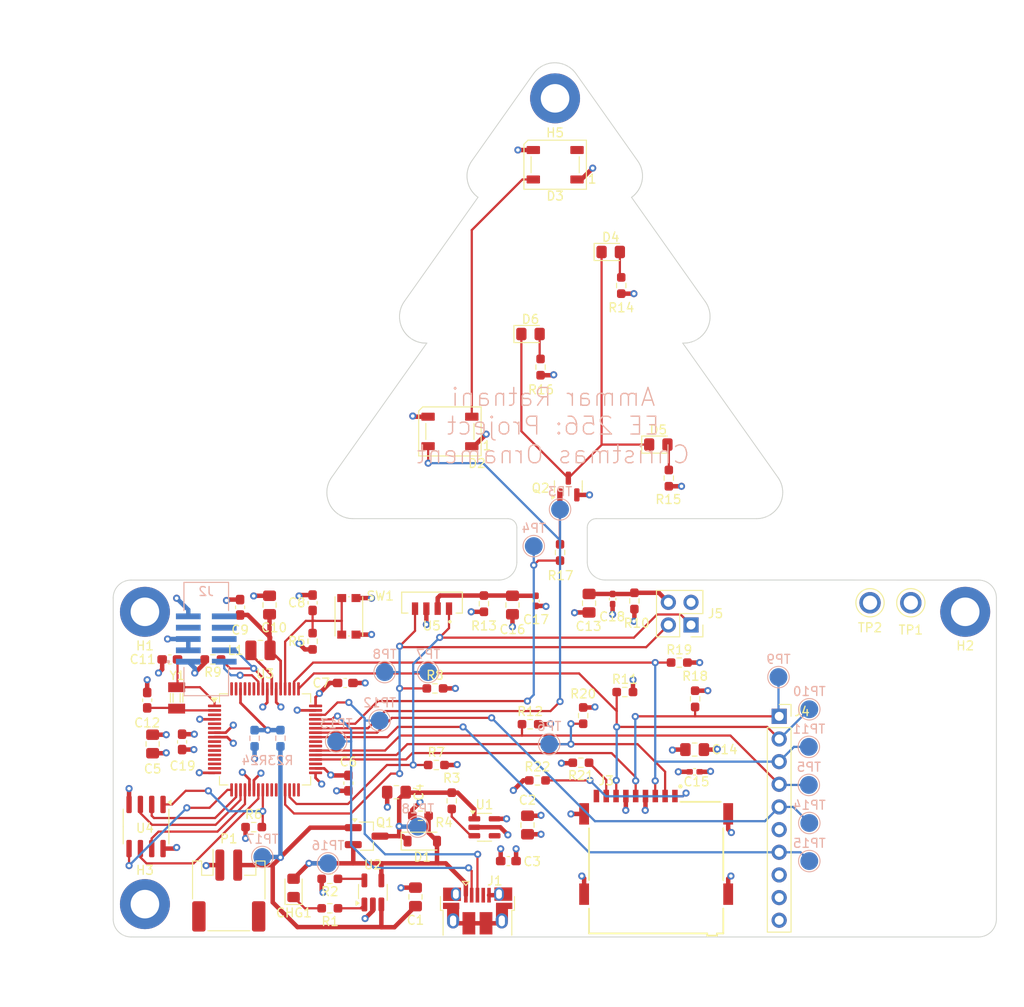
<source format=kicad_pcb>
(kicad_pcb (version 20240108) (generator "pcbnew") (generator_version "8.0")
  (layers (0 "F.Cu" signal) (1 "In1.Cu" power) (2 "In2.Cu" power) (31 "B.Cu" signal) (34 "B.Paste" user) (35 "F.Paste" user) (36 "B.SilkS" user "B.Silkscreen") (37 "F.SilkS" user "F.Silkscreen") (38 "B.Mask" user) (39 "F.Mask" user) (44 "Edge.Cuts" user))
  (net 0 "")
  (net 1 "GND")
  (net 2 "VBAT")
  (net 3 "+3V3")
  (net 4 "/Power, Charging, and Filtering/VIN")
  (net 5 "/MCU/~{RESET}")
  (net 6 "/MCU/VDDCORE")
  (net 7 "/MCU/XIN32")
  (net 8 "/MCU/XOUT32")
  (net 9 "/+3V3_LIMITED_B")
  (net 10 "/Power, Charging, and Filtering/CHG_OUT")
  (net 11 "VBUS")
  (net 12 "/NEOPIXEL_CTRL")
  (net 13 "/D-")
  (net 15 "/D+")
  (net 20 "/SWCLK")
  (net 21 "/SWDIO")
  (net 23 "/MOSI")
  (net 24 "/SCK")
  (net 25 "/USD_DAT1")
  (net 26 "/MISO")
  (net 28 "/USD_CS")
  (net 29 "/USD_DAT2")
  (net 30 "/BLE_CS")
  (net 32 "/SDA")
  (net 33 "/SCL")
  (net 34 "/MCU/VSW")
  (net 35 "/Power, Charging, and Filtering/STAT")
  (net 36 "/Power, Charging, and Filtering/PROG")
  (net 37 "/Power, Charging, and Filtering/EN")
  (net 38 "/MCU/QSPI_CS")
  (net 39 "/LED_CTRL")
  (net 41 "/MCU/QSPI_D2")
  (net 43 "/MCU/QSPI_D1")
  (net 48 "/MCU/QSPI_D3")
  (net 51 "/MCU/QSPI_D0")
  (net 52 "/MCU/QSPI_SCK")
  (net 56 "/MCU/V_DIV")
  (net 57 "Net-(D2-DOUT)")
  (net 59 "/LED_COLLECTOR")
  (net 60 "/LED_BASE")
  (net 73 "Net-(D4-A)")
  (net 74 "Net-(D5-A)")
  (net 75 "Net-(D6-A)")
  (net 76 "/+3V3_LIMITED_A")
  (net 77 "/BLE_IRQ")
  (net 78 "/BLE_RST")
  (footprint "Capacitor_SMD:C_0805_2012Metric_Pad1.18x1.45mm_HandSolder" (layer "F.Cu") (at 182.2196 145.3681 90)
    (property "Reference" "C5")
    (property "Value" "10uF")
  )
  (footprint "Resistor_SMD:R_0603_1608Metric_Pad0.98x0.95mm_HandSolder" (layer "F.Cu") (at 213.868 139.1412)
    (property "Reference" "R8")
    (property "Value" "10K")
  )
  (footprint "Capacitor_SMD:C_0402_1005Metric_Pad0.74x0.62mm_HandSolder" (layer "F.Cu") (at 233.7816 129.1249 -90)
    (property "Reference" "C18")
    (property "Value" "100nF")
  )
  (footprint "Capacitor_SMD:C_0805_2012Metric_Pad1.18x1.45mm_HandSolder" (layer "F.Cu") (at 195.326 129.794 90)
    (property "Reference" "C10")
    (property "Value" "10uF")
  )
  (footprint "Capacitor_SMD:C_0603_1608Metric_Pad1.08x0.95mm_HandSolder" (layer "F.Cu") (at 203.8107 138.53215)
    (property "Reference" "C7")
    (property "Value" "1uF")
  )
  (footprint "Project_Footprints:XDCR_VEML7700-TR" (layer "F.Cu") (at 213.5378 129.5254 -90)
    (property "Reference" "U5")
    (property "Value" "VEML7700")
  )
  (footprint "Package_QFP:TQFP-64_10x10mm_P0.5mm" (layer "F.Cu") (at 194.822 144.8545)
    (property "Reference" "U3")
    (property "Value" "ATSAMD51J19A-AUT")
  )
  (footprint "Capacitor_SMD:C_0805_2012Metric_Pad1.18x1.45mm_HandSolder" (layer "F.Cu") (at 231.14 129.5908 -90)
    (property "Reference" "C13")
    (property "Value" "10uF")
  )
  (footprint "Resistor_SMD:R_0603_1608Metric_Pad0.98x0.95mm_HandSolder" (layer "F.Cu") (at 212.2424 153.416 180)
    (property "Reference" "R4")
    (property "Value" "100K")
  )
  (footprint "MountingHole:MountingHole_3.2mm_M3_DIN965_Pad_TopBottom" (layer "F.Cu") (at 181.356 163.322)
    (property "Reference" "H3")
    (property "Value" "Screw Hole")
  )
  (footprint "Connector_PinSocket_2.54mm:PinSocket_2x02_P2.54mm_Vertical" (layer "F.Cu") (at 242.57 132.0292 -90)
    (property "Reference" "J5")
    (property "Value" "02x02")
  )
  (footprint "Diode_SMD:D_SOD-123" (layer "F.Cu") (at 212.4456 156.2608)
    (property "Reference" "D1")
    (property "Value" "MBR120")
  )
  (footprint "LED_SMD:LED_WS2812B_PLCC4_5.0x5.0mm_P3.2mm" (layer "F.Cu") (at 227.3416 80.4428 180)
    (property "Reference" "D3")
    (property "Value" "WS2812B")
  )
  (footprint "Capacitor_SMD:C_0805_2012Metric_Pad1.18x1.45mm_HandSolder" (layer "F.Cu") (at 211.6836 162.5092 90)
    (property "Reference" "C1")
    (property "Value" "10uF")
  )
  (footprint "Capacitor_SMD:C_0402_1005Metric_Pad0.74x0.62mm_HandSolder" (layer "F.Cu") (at 242.9764 148.4884)
    (property "Reference" "C15")
    (property "Value" "100nF")
  )
  (footprint "Capacitor_SMD:C_0603_1608Metric_Pad1.08x0.95mm_HandSolder" (layer "F.Cu") (at 192.024 130.048 90)
    (property "Reference" "C9")
    (property "Value" "1uF")
  )
  (footprint "Resistor_SMD:R_0603_1608Metric_Pad0.98x0.95mm_HandSolder" (layer "F.Cu") (at 240.0808 115.57 90)
    (property "Reference" "R15")
    (property "Value" "1K")
  )
  (footprint "Resistor_SMD:R_0603_1608Metric_Pad0.98x0.95mm_HandSolder" (layer "F.Cu") (at 225.7044 103.124 90)
    (property "Reference" "R16")
    (property "Value" "1K")
  )
  (footprint "LED_SMD:LED_WS2812B_PLCC4_5.0x5.0mm_P3.2mm" (layer "F.Cu") (at 215.5444 110.3376 180)
    (property "Reference" "D2")
    (property "Value" "WS2812B")
  )
  (footprint "Resistor_SMD:R_0603_1608Metric_Pad0.98x0.95mm_HandSolder" (layer "F.Cu") (at 230.2256 147.4724 180)
    (property "Reference" "R21")
    (property "Value" "47k")
  )
  (footprint "Resistor_SMD:R_0603_1608Metric_Pad0.98x0.95mm_HandSolder" (layer "F.Cu") (at 241.2492 136.2456)
    (property "Reference" "R19")
    (property "Value" "47k")
  )
  (footprint "Capacitor_SMD:C_0603_1608Metric_Pad1.08x0.95mm_HandSolder" (layer "F.Cu") (at 200.152 129.54 90)
    (property "Reference" "C8")
    (property "Value" "1uF")
  )
  (footprint "Capacitor_SMD:C_0603_1608Metric_Pad1.08x0.95mm_HandSolder" (layer "F.Cu") (at 185.5216 145.1356 90)
    (property "Reference" "C19")
    (property "Value" "1uF")
  )
  (footprint "Resistor_SMD:R_0603_1608Metric_Pad0.98x0.95mm_HandSolder" (layer "F.Cu") (at 219.3544 129.6435 90)
    (property "Reference" "R13")
    (property "Value" "10R")
  )
  (footprint "Resistor_SMD:R_0603_1608Metric_Pad0.98x0.95mm_HandSolder" (layer "F.Cu") (at 234.7468 93.98 90)
    (property "Reference" "R14")
    (property "Value" "1K")
  )
  (footprint "Resistor_SMD:R_0603_1608Metric_Pad0.98x0.95mm_HandSolder" (layer "F.Cu") (at 215.7476 151.7396 -90)
    (property "Reference" "R3")
    (property "Value" "10K")
  )
  (footprint "Capacitor_SMD:C_0805_2012Metric_Pad1.18x1.45mm_HandSolder" (layer "F.Cu") (at 224.243 154.4535 -90)
    (property "Reference" "C2")
    (property "Value" "10uF")
  )
  (footprint "Capacitor_SMD:C_0805_2012Metric_Pad1.18x1.45mm_HandSolder" (layer "F.Cu") (at 242.9764 145.9992)
    (property "Reference" "C14")
    (property "Value" "10uF")
  )
  (footprint "Connector_JST:JST_PH_S2B-PH-SM4-TB_1x02-1MP_P2.00mm_Horizontal" (layer "F.Cu") (at 190.754 161.798)
    (property "Reference" "P1")
    (property "Value" "S2B-PH-SM4-TB")
  )
  (footprint "Package_TO_SOT_SMD:SOT-23" (layer "F.Cu") (at 228.8184 116.5121 90)
    (property "Reference" "Q2")
    (property "Value" "BC817")
  )
  (footprint "LED_SMD:LED_0805_2012Metric_Pad1.15x1.40mm_HandSolder" (layer "F.Cu") (at 238.9034 111.8108)
    (property "Reference" "D5")
    (property "Value" "GREEN")
  )
  (footprint "MountingHole:MountingHole_3.2mm_M3_DIN965_Pad_TopBottom" (layer "F.Cu") (at 181.356 130.556)
    (property "Reference" "H1")
    (property "Value" "Screw Hole")
  )
  (footprint "Package_TO_SOT_SMD:SOT-23-5_HandSoldering" (layer "F.Cu") (at 206.9084 162.0102 90)
    (property "Reference" "U2")
    (property "Value" "MCP73831T-2ATI_OT")
  )
  (footprint "Package_TO_SOT_SMD:SOT-23-5" (layer "F.Cu") (at 219.417 154.7075)
    (property "Reference" "U1")
    (property "Value" "AP2112K-3.3")
  )
  (footprint "Connector_PinSocket_2.54mm:PinSocket_1x10_P2.54mm_Vertical" (layer "F.Cu") (at 252.452 142.27)
    (property "Reference" "J4")
    (property "Value" "01x10")
  )
  (footprint "Resistor_SMD:R_0603_1608Metric_Pad0.98x0.95mm_HandSolder" (layer "F.Cu") (at 202.0824 160.4862 180)
    (property "Reference" "R2")
    (property "Value" "10K")
  )
  (footprint "Resistor_SMD:R_0603_1608Metric_Pad0.98x0.95mm_HandSolder" (layer "F.Cu") (at 236.22 129.3368 90)
    (property "Reference" "R10")
    (property "Value" "10R")
  )
  (footprint "Project_Footprints:TP_5011" (layer "F.Cu") (at 262.636 129.54)
    (property "Reference" "TP2")
    (property "Value" "3V3")
  )
  (footprint "Resistor_SMD:R_0603_1608Metric_Pad0.98x0.95mm_HandSolder" (layer "F.Cu") (at 202.0824 163.7882)
    (property "Reference" "R1")
    (property "Value" "1K")
  )
  (footprint "Resistor_SMD:R_0603_1608Metric_Pad0.98x0.95mm_HandSolder" (layer "F.Cu") (at 224.536 143.1544)
    (property "Reference" "R12")
    (property "Value" "47k")
  )
  (footprint "Resistor_SMD:R_0603_1608Metric_Pad0.98x0.95mm_HandSolder" (layer "F.Cu") (at 193.548 154.686)
    (property "Reference" "R6")
    (property "Value" "10K")
  )
  (footprint "Connector_USB:USB_Micro-B_Amphenol_10103594-0001LF_Horizontal" (layer "F.Cu") (at 218.655 164.084)
    (property "Reference" "J1")
    (property "Value" "USB_B_Micro")
  )
  (footprint "Project_Footprints:TP_5011" (layer "F.Cu") (at 267.208 129.54)
    (property "Reference" "TP1")
    (property "Value" "GND")
  )
  (footprint "Resistor_SMD:R_0603_1608Metric_Pad0.98x0.95mm_HandSolder" (layer "F.Cu") (at 235.1513 139.5476)
    (property "Reference" "R11")
    (property "Value" "47k")
  )
  (footprint "Resistor_SMD:R_0603_1608Metric_Pad0.98x0.95mm_HandSolder" (layer "F.Cu") (at 227.8888 123.9012 -90)
    (property "Reference" "R17")
    (property "Value" "100K")
  )
  (footprint "MountingHole:MountingHole_3.2mm_M3_DIN965_Pad_TopBottom" (layer "F.Cu") (at 273.304 130.556)
    (property "Reference" "H2")
    (property "Value" "Screw Hole")
  )
  (footprint "Resistor_SMD:R_0603_1608Metric_Pad0.98x0.95mm_HandSolder" (layer "F.Cu") (at 188.976 135.89 180)
    (property "Reference" "R9")
    (property "Value" "10K")
  )
  (footprint "MountingHole:MountingHole_3.2mm_M3_DIN965_Pad_TopBottom" (layer "F.Cu") (at 227.33 72.9996)
    (property "Reference" "H5")
    (property "Value" "Hanging Hole")
  )
  (footprint "LED_SMD:LED_0805_2012Metric_Pad1.15x1.40mm_HandSolder" (layer "F.Cu") (at 224.5778 99.4156)
    (property "Reference" "D6")
    (property "Value" "WHITE")
  )
  (footprint "Inductor_SMD:L_1008_2520Metric" (layer "F.Cu") (at 194.31 134.874 180)
    (property "Reference" "L1")
    (property "Value" "10uH")
  )
  (footprint "Capacitor_SMD:C_0805_2012Metric_Pad1.18x1.45mm_HandSolder" (layer "F.Cu") (at 209.55 150.7744 180)
    (property "Reference" "C4")
    (property "Value" "10uF")
  )
  (footprint "Capacitor_SMD:C_0603_1608Metric_Pad1.08x0.95mm_HandSolder" (layer "F.Cu") (at 181.61 140.462 90)
    (property "Reference" "C12")
    (property "Value" "22pF")
  )
  (footprint "Package_SO:SOIC-8_3.9x4.9mm_P1.27mm" (layer "F.Cu") (at 181.483 154.621 -90)
    (property "Reference" "U4")
    (property "Value" "GD25Q16ETIGR")
  )
  (footprint "Project_Footprints:XTAL3215" (layer "F.Cu") (at 184.912 140.208 -90)
    (property "Reference" "Y1")
    (property "Value" "Crystal")
  )
  (footprint "LED_SMD:LED_0805_2012Metric_Pad1.15x1.40mm_HandSolder" (layer "F.Cu") (at 233.5694 90.2208)
    (property "Reference" "D4")
    (property "Value" "RED")
  )
  (footprint "Capacitor_SMD:C_0603_1608Metric_Pad1.08x0.95mm_HandSolder" (layer "F.Cu") (at 184.15 135.89 180)
    (property "Reference" "C11")
    (property "Value" "22pF")
  )
  (footprint "Capacitor_SMD:C_0805_2012Metric_Pad1.18x1.45mm_HandSolder" (layer "F.Cu") (at 222.5548 129.794 -90)
    (property "Reference" "C16")
    (property "Value" "10uF")
  )
  (footprint "Package_TO_SOT_SMD:SOT-23_Handsoldering" (layer "F.Cu") (at 206.209 155.702)
    (property "Reference" "Q1")
    (property "Value" "DMP2070UQ-7")
  )
  (footprint "Resistor_SMD:R_0603_1608Metric_Pad0.98x0.95mm_HandSolder" (layer "F.Cu") (at 225.3488 149.4536 180)
    (property "Reference" "R22")
    (property "Value" "47k")
  )
  (footprint "Capacitor_SMD:C_0603_1608Metric_Pad1.08x0.95mm_HandSolder" (layer "F.Cu") (at 222.0976 158.496)
    (property "Reference" "C3")
    (property "Value" "1uF")
  )
  (footprint "Resistor_SMD:R_0603_1608Metric_Pad0.98x0.95mm_HandSolder" (layer "F.Cu") (at 243.0272 140.3096 90)
    (property "Reference" "R18")
    (property "Value" "47k")
  )
  (footprint "Capacitor_SMD:C_0402_1005Metric_Pad0.74x0.62mm_HandSolder" (layer "F.Cu") (at 225.1964 129.3281 -90)
    (property "Reference" "C17")
    (property "Value" "100nF")
  )
  (footprint "Button_Switch_SMD:SW_Push_1P1T_NO_CK_KMR2" (layer "F.Cu") (at 204.216 131.064 -90)
    (property "Reference" "SW1")
    (property "Value" "KMR2")
  )
  (footprint "Resistor_SMD:R_0603_1608Metric_Pad0.98x0.95mm_HandSolder" (layer "F.Cu") (at 230.4796 142.1892 90)
    (property "Reference" "R20")
    (property "Value" "47k")
  )
  (footprint "Resistor_SMD:R_0603_1608Metric_Pad0.98x0.95mm_HandSolder" (layer "F.Cu") (at 214.0204 147.7264)
    (property "Reference" "R7")
    (property "Value" "10K")
  )
  (footprint "Capacitor_SMD:C_0603_1608Metric_Pad1.08x0.95mm_HandSolder" (layer "F.Cu") (at 204.1652 149.7584 -90)
    (property "Reference" "C6")
    (property "Value" "1uF")
  )
  (footprint "Resistor_SMD:R_0603_1608Metric_Pad0.98x0.95mm_HandSolder" (layer "F.Cu") (at 200.152 133.858 90)
    (property "Reference" "R5")
    (property "Value" "10K")
  )
  (footprint "Project_Footprints:GCT_MEM2075-00-140-01-A" (layer "F.Cu") (at 238.1856 162.6244)
    (property "Reference" "J3")
    (property "Value" "Micro_SD_Card_Det1")
  )
  (footprint "LED_SMD:LED_0805_2012Metric_Pad1.15x1.40mm_HandSolder" (layer "F.Cu") (at 198.0184 161.5022 90)
    (property "Reference" "CHG1")
    (property "Value" "ORANGE")
  )
  (footprint "Resistor_SMD:R_0603_1608Metric_Pad0.98x0.95mm_HandSolder" (layer "B.Cu") (at 193.6496 144.7292 -90)
    (property "Reference" "R24")
    (property "Value" "100K")
  )
  (footprint "TestPoint:TestPoint_Pad_D2.0mm" (layer "B.Cu") (at 255.778 149.9616 180)
    (property "Reference" "TP5")
    (property "Value" "BLE_CS")
  )
  (footprint "TestPoint:TestPoint_Pad_D2.0mm" (layer "B.Cu") (at 255.8288 158.496 180)
    (property "Reference" "TP15")
    (property "Value" "BLE_RST")
  )
  (footprint "TestPoint:TestPoint_Pad_D2.0mm" (layer "B.Cu") (at 213.106 137.3124 180)
    (property "Reference" "TP7")
    (property "Value" "I2C_SCL")
  )
  (footprint "TestPoint:TestPoint_Pad_D2.0mm" (layer "B.Cu") (at 211.9376 154.6352 180)
    (property "Reference" "TP18")
    (property "Value" "VIN")
  )
  (footprint "TestPoint:TestPoint_Pad_D2.0mm" (layer "B.Cu") (at 194.5132 158.0388 180)
    (property "Reference" "TP17")
    (property "Value" "VBAT")
  )
  (footprint "TestPoint:TestPoint_Pad_D2.0mm" (layer "B.Cu") (at 208.2292 137.3124 180)
    (property "Reference" "TP8")
    (property "Value" "I2C_SDA")
  )
  (footprint "Resistor_SMD:R_0603_1608Metric_Pad0.98x0.95mm_HandSolder" (layer "B.Cu") (at 196.5452 144.7273 90)
    (property "Reference" "R23")
    (property "Value" "100K")
  )
  (footprint "TestPoint:TestPoint_Pad_D2.0mm" (layer "B.Cu") (at 252.3744 137.8712 180)
    (property "Reference" "TP9")
    (property "Value" "SPI_SCK")
  )
  (footprint "Personal_Footprints_Library:CNC_3220-10-0300-00" (layer "B.Cu") (at 188.231 133.604 90)
    (property "Reference" "J2")
    (property "Value" "SWD_Connector")
  )
  (footprint "TestPoint:TestPoint_Pad_D2.0mm" (layer "B.Cu") (at 202.7936 145.0848 180)
    (property "Reference" "TP13")
    (property "Value" "D-")
  )
  (footprint "TestPoint:TestPoint_Pad_D2.0mm" (layer "B.Cu") (at 255.8288 154.2288 180)
    (property "Reference" "TP14")
    (property "Value" "BLE_IRQ")
  )
  (footprint "TestPoint:TestPoint_Pad_D2.0mm" (layer "B.Cu") (at 226.6696 145.3896 180)
    (property "Reference" "TP6")
    (property "Value" "USD_CS")
  )
  (footprint "TestPoint:TestPoint_Pad_D2.0mm" (layer "B.Cu") (at 207.6704 142.748 180)
    (property "Reference" "TP12")
    (property "Value" "D+")
  )
  (footprint "TestPoint:TestPoint_Pad_D2.0mm" (layer "B.Cu") (at 255.778 145.6944 180)
    (property "Reference" "TP11")
    (property "Value" "SPI_MOSI")
  )
  (footprint "TestPoint:TestPoint_Pad_D2.0mm" (layer "B.Cu") (at 201.8792 158.75 180)
    (property "Reference" "TP16")
    (property "Value" "VBUS")
  )
  (footprint "TestPoint:TestPoint_Pad_D2.0mm" (layer "B.Cu") (at 227.8888 119.0752 180)
    (property "Reference" "TP3")
    (property "Value" "NEOPIXEL_CTRL")
  )
  (footprint "TestPoint:TestPoint_Pad_D2.0mm" (layer "B.Cu") (at 224.9424 123.19 180)
    (property "Reference" "TP4")
    (property "Value" "LED_CTRL")
  )
  (footprint "TestPoint:TestPoint_Pad_D2.0mm" (layer "B.Cu") (at 255.8288 141.478 180)
    (property "Reference" "TP10")
    (property "Value" "SPI_MISO")
  )
  (gr_line (start 236.234172 83.820209) (end 236.295646 83.759141) (stroke (width 0.1)) (layer "Edge.Cuts"))
  (gr_line (start 218.693995 84.087717) (end 210.430579 95.767559) (stroke (width 0.1)) (layer "Edge.Cuts"))
  (gr_line (start 179.8 167) (end 274.8 167) (stroke (width 0.1)) (layer "Edge.Cuts"))
  (gr_line (start 244.696582 97.274142) (end 244.67644 97.076476) (stroke (width 0.1)) (layer "Edge.Cuts"))
  (gr_line (start 236.708587 80.186683) (end 236.596802 80.016244) (stroke (width 0.1)) (layer "Edge.Cuts"))
  (gr_line (start 243.300595 99.995501) (end 243.465536 99.884633) (stroke (width 0.1)) (layer "Edge.Cuts"))
  (gr_line (start 211.738847 100.220984) (end 211.831575 100.257026) (stroke (width 0.1)) (layer "Edge.Cuts"))
  (gr_line (start 226.944302 69.031522) (end 226.771318 69.057761) (stroke (width 0.1)) (layer "Edge.Cuts"))
  (gr_line (start 226.771318 69.057761) (end 226.600888 69.094128) (stroke (width 0.1)) (layer "Edge.Cuts"))
  (gr_arc (start 274.800448 126.999552) (mid 276.214389 127.585494) (end 276.8 128.999552) (stroke (width 0.1)) (layer "Edge.Cuts"))
  (gr_line (start 241.984493 100.428327) (end 242.185605 100.406418) (stroke (width 0.1)) (layer "Edge.Cuts"))
  (gr_line (start 212.412378 100.404694) (end 212.512553 100.417369) (stroke (width 0.1)) (layer "Edge.Cuts"))
  (gr_line (start 251.613204 119.565056) (end 251.770765 119.443741) (stroke (width 0.1)) (layer "Edge.Cuts"))
  (gr_line (start 203.780021 119.972975) (end 203.875167 120.001967) (stroke (width 0.1)) (layer "Edge.Cuts"))
  (gr_line (start 202.172102 115.655462) (end 202.073306 115.831971) (stroke (width 0.1)) (layer "Edge.Cuts"))
  (gr_line (start 217.995652 80.014362) (end 217.883867 80.184759) (stroke (width 0.1)) (layer "Edge.Cuts"))
  (gr_line (start 204.266284 120.085161) (end 204.366321 120.097522) (stroke (width 0.1)) (layer "Edge.Cuts"))
  (gr_line (start 235.90223 84.095248) (end 235.971729 84.044409) (stroke (width 0.1)) (layer "Edge.Cuts"))
  (gr_line (start 236.674081 83.279783) (end 236.720135 83.204355) (stroke (width 0.1)) (layer "Edge.Cuts"))
  (gr_line (start 236.625926 83.353551) (end 236.674081 83.279783) (stroke (width 0.1)) (layer "Edge.Cuts"))
  (gr_line (start 236.805741 83.048673) (end 236.893144 82.864668) (stroke (width 0.1)) (layer "Edge.Cuts"))
  (gr_line (start 217.626303 80.727705) (end 217.566544 80.916974) (stroke (width 0.1)) (layer "Edge.Cuts"))
  (gr_line (start 217.566544 80.916974) (end 217.519915 81.109237) (stroke (width 0.1)) (layer "Edge.Cuts"))
  (gr_line (start 237.126756 81.898443) (end 237.133145 81.70088) (stroke (width 0.1)) (layer "Edge.Cuts"))
  (gr_line (start 251.097898 119.861852) (end 251.276172 119.774552) (stroke (width 0.1)) (layer "Edge.Cuts"))
  (gr_line (start 201.774511 117.570594) (end 201.807666 117.767202) (stroke (width 0.1)) (layer "Edge.Cuts"))
  (gr_line (start 202.472078 119.10964) (end 202.539009 119.183684) (stroke (width 0.1)) (layer "Edge.Cuts"))
  (gr_line (start 211.831575 100.257026) (end 211.925591 100.289892) (stroke (width 0.1)) (layer "Edge.Cuts"))
  (gr_line (start 210.617824 99.413246) (end 210.684662 99.488066) (stroke (width 0.1)) (layer "Edge.Cuts"))
  (gr_line (start 227.649238 69.031603) (end 227.473667 69.015644) (stroke (width 0.1)) (layer "Edge.Cuts"))
  (gr_line (start 230.940419 124.990168) (end 230.940419 121.113583) (stroke (width 0.1)) (layer "Edge.Cuts"))
  (gr_line (start 250.132879 120.106223) (end 250.333708 120.084437) (stroke (width 0.1)) (layer "Edge.Cuts"))
  (gr_line (start 217.968711 83.349464) (end 218.019284 83.421363) (stroke (width 0.1)) (layer "Edge.Cuts"))
  (gr_line (start 252.82471 116.777826) (end 252.791372 116.584559) (stroke (width 0.1)) (layer "Edge.Cuts"))
  (gr_line (start 217.699143 80.54212) (end 217.626303 80.727705) (stroke (width 0.1)) (layer "Edge.Cuts"))
  (gr_line (start 218.556497 83.984619) (end 218.624496 84.037231) (stroke (width 0.1)) (layer "Edge.Cuts"))
  (gr_line (start 226.109162 69.26187) (end 225.953192 69.336624) (stroke (width 0.1)) (layer "Edge.Cuts"))
  (gr_line (start 211.297153 99.995031) (end 211.382317 100.046141) (stroke (width 0.1)) (layer "Edge.Cuts"))
  (gr_line (start 201.854244 117.961847) (end 201.914286 118.153806) (stroke (width 0.1)) (layer "Edge.Cuts"))
  (gr_line (start 244.67644 97.076476) (end 244.643048 96.88049) (stroke (width 0.1)) (layer "Edge.Cuts"))
  (gr_line (start 210.221639 98.82634) (end 210.270034 98.916572) (stroke (width 0.1)) (layer "Edge.Cuts"))
  (gr_line (start 210.06123 96.486375) (end 210.001471 96.677935) (stroke (width 0.1)) (layer "Edge.Cuts"))
  (gr_line (start 274.800448 126.999552) (end 232.939971 126.990168) (stroke (width 0.1)) (layer "Edge.Cuts"))
  (gr_line (start 229.212676 69.725766) (end 229.078187 69.615879) (stroke (width 0.1)) (layer "Edge.Cuts"))
  (gr_line (start 225.953192 69.336624) (end 225.801897 69.420444) (stroke (width 0.1)) (layer "Edge.Cuts"))
  (gr_line (start 217.786713 83.044909) (end 217.82908 83.12352) (stroke (width 0.1)) (layer "Edge.Cuts"))
  (gr_line (start 202.539009 119.183684) (end 202.608265 119.255277) (stroke (width 0.1)) (layer "Edge.Cuts"))
  (gr_line (start 244.69691 97.671589) (end 244.703423 97.472757) (stroke (width 0.1)) (layer "Edge.Cuts"))
  (gr_line (start 227.296233 69.010276) (end 227.119415 69.015623) (stroke (width 0.1)) (layer "Edge.Cuts"))
  (gr_line (start 236.96615 80.730146) (end 236.89331 80.544337) (stroke (width 0.1)) (layer "Edge.Cuts"))
  (gr_line (start 203.875167 120.001967) (end 203.971442 120.02773) (stroke (width 0.1)) (layer "Edge.Cuts"))
  (gr_line (start 251.920224 119.31197) (end 252.060984 119.170185) (stroke (width 0.1)) (layer "Edge.Cuts"))
  (gr_line (start 210.000257 98.260705) (end 210.060458 98.453257) (stroke (width 0.1)) (layer "Edge.Cuts"))
  (gr_line (start 243.912526 99.488365) (end 244.043575 99.336552) (stroke (width 0.1)) (layer "Edge.Cuts"))
  (gr_line (start 203.068422 119.630634) (end 203.151854 119.683707) (stroke (width 0.1)) (layer "Edge.Cuts"))
  (gr_line (start 225.655704 69.513118) (end 225.515036 69.614434) (stroke (width 0.1)) (layer "Edge.Cuts"))
  (gr_line (start 201.748303 117.174378) (end 201.754737 117.372745) (stroke (width 0.1)) (layer "Edge.Cuts"))
  (gr_line (start 218.300383 83.75363) (end 218.361941 83.814387) (stroke (width 0.1)) (layer "Edge.Cuts"))
  (gr_line (start 243.622906 99.762854) (end 243.772103 99.630615) (stroke (width 0.1)) (layer "Edge.Cuts"))
  (gr_line (start 202.75345 119.390914) (end 202.829229 119.454861) (stroke (width 0.1)) (layer "Edge.Cuts"))
  (gr_line (start 210.001471 96.677935) (end 209.954842 96.872693) (stroke (width 0.1)) (layer "Edge.Cuts"))
  (gr_line (start 202.123493 118.616622) (end 202.174907 118.704353) (stroke (width 0.1)) (layer "Edge.Cuts"))
  (gr_line (start 242.383353 100.370452) (end 242.577136 100.320878) (stroke (width 0.1)) (layer "Edge.Cuts"))
  (gr_line (start 209.954842 96.872693) (end 209.921393 97.069877) (stroke (width 0.1)) (layer "Edge.Cuts"))
  (gr_line (start 211.132112 99.884314) (end 211.213726 99.941071) (stroke (width 0.1)) (layer "Edge.Cuts"))
  (gr_line (start 217.785014 80.360909) (end 217.699143 80.54212) (stroke (width 0.1)) (layer "Edge.Cuts"))
  (gr_line (start 202.174907 118.704353) (end 202.229094 118.789924) (stroke (width 0.1)) (layer "Edge.Cuts"))
  (gr_line (start 237.106988 82.095504) (end 237.126756 81.898443) (stroke (width 0.1)) (layer "Edge.Cuts"))
  (gr_line (start 202.073306 115.831971) (end 201.987519 116.013741) (stroke (width 0.1)) (layer "Edge.Cuts"))
  (gr_line (start 217.486466 81.303805) (end 217.466246 81.499989) (stroke (width 0.1)) (layer "Edge.Cuts"))
  (gr_line (start 244.167404 95.780751) (end 235.90223 84.095248) (stroke (width 0.1)) (layer "Edge.Cuts"))
  (gr_line (start 201.775288 116.778978) (end 201.755167 116.976215) (stroke (width 0.1)) (layer "Edge.Cuts"))
  (gr_line (start 211.925591 100.289892) (end 212.02082 100.319529) (stroke (width 0.1)) (layer "Edge.Cuts"))
  (gr_line (start 210.375326 99.090865) (end 210.432073 99.174817) (stroke (width 0.1)) (layer "Edge.Cuts"))
  (gr_arc (start 177.8 128.999546) (mid 178.38561 127.585463) (end 179.799546 126.999546) (stroke (width 0.1)) (layer "Edge.Cuts"))
  (gr_line (start 209.894233 97.468438) (end 209.900622 97.668269) (stroke (width 0.1)) (layer "Edge.Cuts"))
  (gr_line (start 244.676991 97.869908) (end 244.69691 97.671589) (stroke (width 0.1)) (layer "Edge.Cuts"))
  (gr_line (start 244.643048 96.88049) (end 244.59646 96.686913) (stroke (width 0.1)) (layer "Edge.Cuts"))
  (gr_line (start 227.993158 69.094422) (end 227.822538 69.057935) (stroke (width 0.1)) (layer "Edge.Cuts"))
  (gr_line (start 217.82908 83.12352) (end 217.873565 83.200507) (stroke (width 0.1)) (layer "Edge.Cuts"))
  (gr_line (start 203.59341 119.905499) (end 203.686077 119.940803) (stroke (width 0.1)) (layer "Edge.Cuts"))
  (gr_line (start 237.126205 81.503518) (end 237.105986 81.307061) (stroke (width 0.1)) (layer "Edge.Cuts"))
  (gr_line (start 236.355367 83.696143) (end 236.413284 83.631253) (stroke (width 0.1)) (layer "Edge.Cuts"))
  (gr_line (start 202.829229 119.454861) (end 202.907035 119.516162) (stroke (width 0.1)) (layer "Edge.Cuts"))
  (gr_line (start 210.219941 96.115938) (end 210.13407 96.298785) (stroke (width 0.1)) (layer "Edge.Cuts"))
  (gr_line (start 210.318794 95.938606) (end 210.219941 96.115938) (stroke (width 0.1)) (layer "Edge.Cuts"))
  (gr_line (start 252.192447 119.018826) (end 252.314013 118.858335) (stroke (width 0.1)) (layer "Edge.Cuts"))
  (gr_line (start 236.89331 80.544337) (end 236.807439 80.362949) (stroke (width 0.1)) (layer "Edge.Cuts"))
  (gr_line (start 203.323822 119.781284) (end 203.412208 119.825691) (stroke (width 0.1)) (layer "Edge.Cuts"))
  (gr_line (start 252.845263 117.364601) (end 252.851697 117.168489) (stroke (width 0.1)) (layer "Edge.Cuts"))
  (gr_line (start 237.133145 81.70088) (end 237.126205 81.503518) (stroke (width 0.1)) (layer "Edge.Cuts"))
  (gr_line (start 225.801897 69.420444) (end 225.655704 69.513118) (stroke (width 0.1)) (layer "Edge.Cuts"))
  (gr_line (start 218.240546 83.690927) (end 218.300383 83.75363) (stroke (width 0.1)) (layer "Edge.Cuts"))
  (gr_line (start 212.715123 100.432002) (end 212.817369 100.433852) (stroke (width 0.1)) (layer "Edge.Cuts"))
  (gr_line (start 252.744858 116.393526) (end 252.68521 116.205369) (stroke (width 0.1)) (layer "Edge.Cuts"))
  (gr_line (start 227.119415 69.015623) (end 226.944302 69.031522) (stroke (width 0.1)) (layer "Edge.Cuts"))
  (gr_line (start 236.039722 83.991447) (end 236.10616 83.936401) (stroke (width 0.1)) (layer "Edge.Cuts"))
  (gr_line (start 244.463903 96.309911) (end 244.37804 96.127948) (stroke (width 0.1)) (layer "Edge.Cuts"))
  (gr_line (start 202.407546 119.033194) (end 202.472078 119.10964) (stroke (width 0.1)) (layer "Edge.Cuts"))
  (gr_line (start 225.016111 70.101863) (end 224.909439 70.2432) (stroke (width 0.1)) (layer "Edge.Cuts"))
  (gr_line (start 211.382317 100.046141) (end 211.469143 100.094344) (stroke (width 0.1)) (layer "Edge.Cuts"))
  (gr_line (start 241.641449 100.43573) (end 241.780617 100.43573) (stroke (width 0.1)) (layer "Edge.Cuts"))
  (gr_line (start 237.072537 81.112211) (end 237.025909 80.919671) (stroke (width 0.1)) (layer "Edge.Cuts"))
  (gr_line (start 204.568582 120.111782) (end 204.670657 120.113583) (stroke (width 0.1)) (layer "Edge.Cuts"))
  (gr_line (start 226.269385 69.196395) (end 226.109162 69.26187) (stroke (width 0.1)) (layer "Edge.Cuts"))
  (gr_line (start 252.316109 115.494347) (end 241.641449 100.43573) (stroke (width 0.1)) (layer "Edge.Cuts"))
  (gr_line (start 227.822538 69.057935) (end 227.649238 69.031603) (stroke (width 0.1)) (layer "Edge.Cuts"))
  (gr_line (start 202.67977 119.324369) (end 202.75345 119.390914) (stroke (width 0.1)) (layer "Edge.Cuts"))
  (gr_line (start 201.855137 116.390173) (end 201.808626 116.58339) (stroke (width 0.1)) (layer "Edge.Cuts"))
  (gr_line (start 210.684662 99.488066) (end 210.753834 99.560469) (stroke (width 0.1)) (layer "Edge.Cuts"))
  (gr_line (start 210.553397 99.336061) (end 210.617824 99.413246) (stroke (width 0.1)) (layer "Edge.Cuts"))
  (gr_line (start 236.596802 80.016244) (end 229.683022 70.245083) (stroke (width 0.1)) (layer "Edge.Cuts"))
  (gr_line (start 217.873565 83.200507) (end 217.920124 83.275833) (stroke (width 0.1)) (layer "Edge.Cuts"))
  (gr_line (start 217.920124 83.275833) (end 217.968711 83.349464) (stroke (width 0.1)) (layer "Edge.Cuts"))
  (gr_line (start 236.469348 83.56451) (end 236.52351 83.495953) (stroke (width 0.1)) (layer "Edge.Cuts"))
  (gr_line (start 217.699309 82.860614) (end 217.786713 83.044909) (stroke (width 0.1)) (layer "Edge.Cuts"))
  (gr_line (start 211.213726 99.941071) (end 211.297153 99.995031) (stroke (width 0.1)) (layer "Edge.Cuts"))
  (gr_line (start 218.071798 83.491495) (end 218.126209 83.559823) (stroke (width 0.1)) (layer "Edge.Cuts"))
  (gr_line (start 201.807666 117.767202) (end 201.854244 117.961847) (stroke (width 0.1)) (layer "Edge.Cuts"))
  (gr_line (start 211.647483 100.18182) (end 211.738847 100.220984) (stroke (width 0.1)) (layer "Edge.Cuts"))
  (gr_line (start 251.44814 119.675473) (end 251.613204 119.565056) (stroke (width 0.1)) (layer "Edge.Cuts"))
  (gr_line (start 201.987833 118.342358) (end 202.074927 118.526779) (stroke (width 0.1)) (layer "Edge.Cuts"))
  (gr_line (start 218.490042 83.929917) (end 218.556497 83.984619) (stroke (width 0.1)) (layer "Edge.Cuts"))
  (gr_line (start 252.525063 118.511719) (end 252.612159 118.327263) (stroke (width 0.1)) (layer "Edge.Cuts"))
  (gr_line (start 212.21462 100.368896) (end 212.313042 100.388518) (stroke (width 0.1)) (layer "Edge.Cuts"))
  (gr_line (start 244.53627 98.454482) (end 244.596723 98.262086) (stroke (width 0.1)) (layer "Edge.Cuts"))
  (gr_line (start 244.59646 96.686913) (end 244.536728 96.496476) (stroke (width 0.1)) (layer "Edge.Cuts"))
  (gr_line (start 177.8 128.999546) (end 177.8 165) (stroke (width 0.1)) (layer "Edge.Cuts"))
  (gr_line (start 252.314013 118.858335) (end 252.425084 118.689152) (stroke (width 0.1)) (layer "Edge.Cuts"))
  (gr_line (start 204.467112 120.106413) (end 204.568582 120.111782) (stroke (width 0.1)) (layer "Edge.Cuts"))
  (gr_line (start 228.324728 69.19699) (end 228.160691 69.140846) (stroke (width 0.1)) (layer "Edge.Cuts"))
  (gr_line (start 212.313042 100.388518) (end 212.412378 100.404694) (stroke (width 0.1)) (layer "Edge.Cuts"))
  (gr_line (start 244.703423 97.472757) (end 244.696582 97.274142) (stroke (width 0.1)) (layer "Edge.Cuts"))
  (gr_line (start 228.640681 69.337566) (end 228.48486 69.262636) (stroke (width 0.1)) (layer "Edge.Cuts"))
  (gr_line (start 250.333708 120.084437) (end 250.531223 120.048665) (stroke (width 0.1)) (layer "Edge.Cuts"))
  (gr_line (start 209.901173 97.268716) (end 209.894233 97.468438) (stroke (width 0.1)) (layer "Edge.Cuts"))
  (gr_line (start 276.8 165) (end 276.8 128.999552) (stroke (width 0.1)) (layer "Edge.Cuts"))
  (gr_line (start 229.340813 69.843848) (end 229.212676 69.725766) (stroke (width 0.1)) (layer "Edge.Cuts"))
  (gr_line (start 209.920389 97.867439) (end 209.953584 98.065175) (stroke (width 0.1)) (layer "Edge.Cuts"))
  (gr_arc (start 230.940419 121.113583) (mid 231.233312 120.406476) (end 231.940419 120.113583) (stroke (width 0.1)) (layer "Edge.Cuts"))
  (gr_line (start 235.971729 84.044409) (end 236.039722 83.991447) (stroke (width 0.1)) (layer "Edge.Cuts"))
  (gr_line (start 229.462188 69.969906) (end 229.340813 69.843848) (stroke (width 0.1)) (layer "Edge.Cuts"))
  (gr_line (start 244.043575 99.336552) (end 244.164648 99.175627) (stroke (width 0.1)) (layer "Edge.Cuts"))
  (gr_line (start 212.512553 100.417369) (end 212.613493 100.42649) (stroke (width 0.1)) (layer "Edge.Cuts"))
  (gr_line (start 202.345489 118.954393) (end 202.407546 119.033194) (stroke (width 0.1)) (layer "Edge.Cuts"))
  (gr_line (start 244.37804 96.127948) (end 244.279189 95.951318) (stroke (width 0.1)) (layer "Edge.Cuts"))
  (gr_line (start 250.913917 119.936932) (end 251.097898 119.861852) (stroke (width 0.1)) (layer "Edge.Cuts"))
  (gr_line (start 252.526679 115.840252) (end 252.427878 115.664576) (stroke (width 0.1)) (layer "Edge.Cuts"))
  (gr_line (start 210.060458 98.453257) (end 210.134235 98.64206) (stroke (width 0.1)) (layer "Edge.Cuts"))
  (gr_line (start 252.060984 119.170185) (end 252.192447 119.018826) (stroke (width 0.1)) (layer "Edge.Cuts"))
  (gr_line (start 250.531223 120.048665) (end 250.724825 119.99935) (stroke (width 0.1)) (layer "Edge.Cuts"))
  (gr_line (start 212.117188 100.345881) (end 212.21462 100.368896) (stroke (width 0.1)) (layer "Edge.Cuts"))
  (gr_line (start 204.068769 120.050216) (end 204.167075 120.069376) (stroke (width 0.1)) (layer "Edge.Cuts"))
  (gr_line (start 225.251975 69.842139) (end 225.130431 69.968105) (stroke (width 0.1)) (layer "Edge.Cuts"))
  (gr_line (start 210.321288 99.004765) (end 210.375326 99.090865) (stroke (width 0.1)) (layer "Edge.Cuts"))
  (gr_line (start 210.974617 99.762626) (end 211.052384 99.824814) (stroke (width 0.1)) (layer "Edge.Cuts"))
  (gr_line (start 249.929333 120.113583) (end 250.132879 120.106223) (stroke (width 0.1)) (layer "Edge.Cuts"))
  (gr_line (start 244.596723 98.262086) (end 244.643612 98.066984) (stroke (width 0.1)) (layer "Edge.Cuts"))
  (gr_line (start 217.459306 81.697099) (end 217.465695 81.894446) (stroke (width 0.1)) (layer "Edge.Cuts"))
  (gr_line (start 244.275144 99.006039) (end 244.374462 98.828238) (stroke (width 0.1)) (layer "Edge.Cuts"))
  (gr_line (start 228.48486 69.262636) (end 228.324728 69.19699) (stroke (width 0.1)) (layer "Edge.Cuts"))
  (gr_line (start 201.914286 118.153806) (end 201.987833 118.342358) (stroke (width 0.1)) (layer "Edge.Cuts"))
  (gr_line (start 242.577136 100.320878) (end 242.766353 100.258147) (stroke (width 0.1)) (layer "Edge.Cuts"))
  (gr_line (start 236.893144 82.864668) (end 236.96692 82.676645) (stroke (width 0.1)) (layer "Edge.Cuts"))
  (gr_line (start 202.98679 119.57477) (end 203.068422 119.630634) (stroke (width 0.1)) (layer "Edge.Cuts"))
  (gr_line (start 212.02082 100.319529) (end 212.117188 100.345881) (stroke (width 0.1)) (layer "Edge.Cuts"))
  (gr_line (start 209.953584 98.065175) (end 210.000257 98.260705) (stroke (width 0.1)) (layer "Edge.Cuts"))
  (gr_line (start 229.683022 70.245083) (end 229.576394 70.103724) (stroke (width 0.1)) (layer "Edge.Cuts"))
  (gr_line (start 201.755167 116.976215) (end 201.748303 117.174378) (stroke (width 0.1)) (layer "Edge.Cuts"))
  (gr_line (start 217.485462 82.091342) (end 217.518658 82.287096) (stroke (width 0.1)) (layer "Edge.Cuts"))
  (gr_line (start 252.851697 117.168489) (end 252.844833 116.972683) (stroke (width 0.1)) (layer "Edge.Cuts"))
  (gr_arc (start 223.044056 124.990178) (mid 222.45843 126.404231) (end 221.04451 126.990178) (stroke (width 0.1)) (layer "Edge.Cuts"))
  (gr_line (start 242.185605 100.406418) (end 242.383353 100.370452) (stroke (width 0.1)) (layer "Edge.Cuts"))
  (gr_line (start 210.134235 98.64206) (end 210.221639 98.82634) (stroke (width 0.1)) (layer "Edge.Cuts"))
  (gr_line (start 237.02712 82.485308) (end 237.073793 82.29136) (stroke (width 0.1)) (layer "Edge.Cuts"))
  (gr_line (start 201.754737 117.372745) (end 201.774511 117.570594) (stroke (width 0.1)) (layer "Edge.Cuts"))
  (gr_line (start 228.937752 69.514405) (end 228.791781 69.421561) (stroke (width 0.1)) (layer "Edge.Cuts"))
  (gr_line (start 210.898887 99.697802) (end 210.974617 99.762626) (stroke (width 0.1)) (layer "Edge.Cuts"))
  (gr_line (start 210.753834 99.560469) (end 210.825268 99.630399) (stroke (width 0.1)) (layer "Edge.Cuts"))
  (gr_line (start 236.807439 80.362949) (end 236.708587 80.186683) (stroke (width 0.1)) (layer "Edge.Cuts"))
  (gr_line (start 228.791781 69.421561) (end 228.640681 69.337566) (stroke (width 0.1)) (layer "Edge.Cuts"))
  (gr_line (start 204.366321 120.097522) (end 204.467112 120.106413) (stroke (width 0.1)) (layer "Edge.Cuts"))
  (gr_line (start 202.229094 118.789924) (end 202.28598 118.873287) (stroke (width 0.1)) (layer "Edge.Cuts"))
  (gr_line (start 209.900622 97.668269) (end 209.920389 97.867439) (stroke (width 0.1)) (layer "Edge.Cuts"))
  (gr_line (start 201.914782 116.200049) (end 201.855137 116.390173) (stroke (width 0.1)) (layer "Edge.Cuts"))
  (gr_line (start 223.044056 121.113583) (end 223.044056 124.990178) (stroke (width 0.1)) (layer "Edge.Cuts"))
  (gr_line (start 242.950402 100.182707) (end 243.128683 100.095009) (stroke (width 0.1)) (layer "Edge.Cuts"))
  (gr_arc (start 276.8 165) (mid 276.214214 166.414214) (end 274.8 167) (stroke (width 0.1)) (layer "Edge.Cuts"))
  (gr_line (start 244.643612 98.066984) (end 244.676991 97.869908) (stroke (width 0.1)) (layer "Edge.Cuts"))
  (gr_line (start 218.624496 84.037231) (end 218.693995 84.087717) (stroke (width 0.1)) (layer "Edge.Cuts"))
  (gr_line (start 210.491455 99.256567) (end 210.553397 99.336061) (stroke (width 0.1)) (layer "Edge.Cuts"))
  (gr_line (start 217.565331 82.481018) (end 217.625531 82.672421) (stroke (width 0.1)) (layer "Edge.Cuts"))
  (gr_line (start 226.433435 69.14041) (end 226.269385 69.196395) (stroke (width 0.1)) (layer "Edge.Cuts"))
  (gr_line (start 204.167075 120.069376) (end 204.266284 120.085161) (stroke (width 0.1)) (layer "Edge.Cuts"))
  (gr_line (start 202.907035 119.516162) (end 202.98679 119.57477) (stroke (width 0.1)) (layer "Edge.Cuts"))
  (gr_line (start 250.724825 119.99935) (end 250.913917 119.936932) (stroke (width 0.1)) (layer "Edge.Cuts"))
  (gr_line (start 252.427878 115.664576) (end 252.316109 115.494347) (stroke (width 0.1)) (layer "Edge.Cuts"))
  (gr_line (start 217.518658 82.287096) (end 217.565331 82.481018) (stroke (width 0.1)) (layer "Edge.Cuts"))
  (gr_line (start 236.96692 82.676645) (end 237.02712 82.485308) (stroke (width 0.1)) (layer "Edge.Cuts"))
  (gr_line (start 241.780617 100.43573) (end 241.984493 100.428327) (stroke (width 0.1)) (layer "Edge.Cuts"))
  (gr_line (start 218.182473 83.626313) (end 218.240546 83.690927) (stroke (width 0.1)) (layer "Edge.Cuts"))
  (gr_line (start 236.413284 83.631253) (end 236.469348 83.56451) (stroke (width 0.1)) (layer "Edge.Cuts"))
  (gr_line (start 217.465695 81.894446) (end 217.485462 82.091342) (stroke (width 0.1)) (layer "Edge.Cuts"))
  (gr_line (start 243.465536 99.884633) (end 243.622906 99.762854) (stroke (width 0.1)) (layer "Edge.Cuts"))
  (gr_line (start 209.921393 97.069877) (end 209.901173 97.268716) (stroke (width 0.1)) (layer "Edge.Cuts"))
  (gr_line (start 244.164648 99.175627) (end 244.275144 99.006039) (stroke (width 0.1)) (layer "Edge.Cuts"))
  (gr_line (start 252.68521 116.205369) (end 252.61247 116.02073) (stroke (width 0.1)) (layer "Edge.Cuts"))
  (gr_line (start 218.019284 83.421363) (end 218.071798 83.491495) (stroke (width 0.1)) (layer "Edge.Cuts"))
  (gr_line (start 218.126209 83.559823) (end 218.182473 83.626313) (stroke (width 0.1)) (layer "Edge.Cuts"))
  (gr_line (start 203.237012 119.73394) (end 203.323822 119.781284) (stroke (width 0.1)) (layer "Edge.Cuts"))
  (gr_line (start 252.792332 117.755172) (end 252.825488 117.560376) (stroke (width 0.1)) (layer "Edge.Cuts"))
  (gr_line (start 225.380318 69.724178) (end 225.251975 69.842139) (stroke (width 0.1)) (layer "Edge.Cuts"))
  (gr_arc (start 179.8 167) (mid 178.385786 166.414214) (end 177.8 165) (stroke (width 0.1)) (layer "Edge.Cuts"))
  (gr_line (start 217.883867 80.184759) (end 217.785014 80.360909) (stroke (width 0.1)) (layer "Edge.Cuts"))
  (gr_line (start 236.52351 83.495953) (end 236.575719 83.425621) (stroke (width 0.1)) (layer "Edge.Cuts"))
  (gr_line (start 236.295646 83.759141) (end 236.355367 83.696143) (stroke (width 0.1)) (layer "Edge.Cuts"))
  (gr_line (start 210.13407 96.298785) (end 210.06123 96.486375) (stroke (width 0.1)) (layer "Edge.Cuts"))
  (gr_line (start 242.766353 100.258147) (end 242.950402 100.182707) (stroke (width 0.1)) (layer "Edge.Cuts"))
  (gr_line (start 217.519915 81.109237) (end 217.486466 81.303805) (stroke (width 0.1)) (layer "Edge.Cuts"))
  (gr_line (start 202.283866 115.484936) (end 202.172102 115.655462) (stroke (width 0.1)) (layer "Edge.Cuts"))
  (gr_line (start 226.600888 69.094128) (end 226.433435 69.14041) (stroke (width 0.1)) (layer "Edge.Cuts"))
  (gr_line (start 244.536728 96.496476) (end 244.463903 96.309911) (stroke (width 0.1)) (layer "Edge.Cuts"))
  (gr_line (start 252.685709 118.139258) (end 252.745753 117.948347) (stroke (width 0.1)) (layer "Edge.Cuts"))
  (gr_line (start 251.770765 119.443741) (end 251.920224 119.31197) (stroke (width 0.1)) (layer "Edge.Cuts"))
  (gr_line (start 244.4622 98.643443) (end 244.53627 98.454482) (stroke (width 0.1)) (layer "Edge.Cuts"))
  (gr_line (start 252.61247 116.02073) (end 252.526679 115.840252) (stroke (width 0.1)) (layer "Edge.Cuts"))
  (gr_line (start 210.270034 98.916572) (end 210.321288 99.004765) (stroke (width 0.1)) (layer "Edge.Cuts"))
  (gr_line (start 221.04451 126.990178) (end 179.799546 126.999546) (stroke (width 0.1)) (layer "Edge.Cuts"))
  (gr_line (start 236.575719 83.425621) (end 236.625926 83.353551) (stroke (width 0.1)) (layer "Edge.Cuts"))
  (gr_line (start 252.745753 117.948347) (end 252.792332 117.755172) (stroke (width 0.1)) (layer "Edge.Cuts"))
  (gr_line (start 217.625531 82.672421) (end 217.699309 82.860614) (stroke (width 0.1)) (layer "Edge.Cuts"))
  (gr_line (start 211.469143 100.094344) (end 211.557557 100.139589) (stroke (width 0.1)) (layer "Edge.Cuts"))
  (gr_line (start 236.170993 83.879308) (end 236.234172 83.820209) (stroke (width 0.1)) (layer "Edge.Cuts"))
  (gr_line (start 203.686077 119.940803) (end 203.780021 119.972975) (stroke (width 0.1)) (layer "Edge.Cuts"))
  (gr_line (start 244.374462 98.828238) (end 244.4622 98.643443) (stroke (width 0.1)) (layer "Edge.Cuts"))
  (gr_line (start 252.791372 116.584559) (end 252.744858 116.393526) (stroke (width 0.1)) (layer "Edge.Cuts"))
  (gr_line (start 229.078187 69.615879) (end 228.937752 69.514405) (stroke (width 0.1)) (layer "Edge.Cuts"))
  (gr_line (start 210.432073 99.174817) (end 210.491455 99.256567) (stroke (width 0.1)) (layer "Edge.Cuts"))
  (gr_line (start 217.466246 81.499989) (end 217.459306 81.697099) (stroke (width 0.1)) (layer "Edge.Cuts"))
  (gr_arc (start 232.939971 126.990168) (mid 231.526046 126.404228) (end 230.940419 124.990168) (stroke (width 0.1)) (layer "Edge.Cuts"))
  (gr_line (start 231.940419 120.113583) (end 249.929333 120.113583) (stroke (width 0.1)) (layer "Edge.Cuts"))
  (gr_line (start 218.425176 83.873161) (end 218.490042 83.929917) (stroke (width 0.1)) (layer "Edge.Cuts"))
  (gr_line (start 204.670657 120.113583) (end 222.044056 120.113583) (stroke (width 0.1)) (layer "Edge.Cuts"))
  (gr_line (start 243.128683 100.095009) (end 243.300595 99.995501) (stroke (width 0.1)) (layer "Edge.Cuts"))
  (gr_line (start 224.909439 70.2432) (end 217.995652 80.014362) (stroke (width 0.1)) (layer "Edge.Cuts"))
  (gr_line (start 252.844833 116.972683) (end 252.82471 116.777826) (stroke (width 0.1)) (layer "Edge.Cuts"))
  (gr_line (start 228.160691 69.140846) (end 227.993158 69.094422) (stroke (width 0.1)) (layer "Edge.Cuts"))
  (gr_line (start 244.279189 95.951318) (end 244.167404 95.780751) (stroke (width 0.1)) (layer "Edge.Cuts"))
  (gr_line (start 237.105986 81.307061) (end 237.072537 81.112211) (stroke (width 0.1)) (layer "Edge.Cuts"))
  (gr_arc (start 222.044056 120.113583) (mid 222.751197 120.40646) (end 223.044056 121.113583) (stroke (width 0.1)) (layer "Edge.Cuts"))
  (gr_line (start 227.473667 69.015644) (end 227.296233 69.010276) (stroke (width 0.1)) (layer "Edge.Cuts"))
  (gr_line (start 251.276172 119.774552) (end 251.44814 119.675473) (stroke (width 0.1)) (layer "Edge.Cuts"))
  (gr_line (start 211.052384 99.824814) (end 211.132112 99.884314) (stroke (width 0.1)) (layer "Edge.Cuts"))
  (gr_line (start 252.825488 117.560376) (end 252.845263 117.364601) (stroke (width 0.1)) (layer "Edge.Cuts"))
  (gr_line (start 237.025909 80.919671) (end 236.96615 80.730146) (stroke (width 0.1)) (layer "Edge.Cuts"))
  (gr_line (start 210.825268 99.630399) (end 210.898887 99.697802) (stroke (width 0.1)) (layer "Edge.Cuts"))
  (gr_line (start 203.971442 120.02773) (end 204.068769 120.050216) (stroke (width 0.1)) (layer "Edge.Cuts"))
  (gr_line (start 225.515036 69.614434) (end 225.380318 69.724178) (stroke (width 0.1)) (layer "Edge.Cuts"))
  (gr_line (start 218.361941 83.814387) (end 218.425176 83.873161) (stroke (width 0.1)) (layer "Edge.Cuts"))
  (gr_line (start 212.954773 100.433852) (end 202.283866 115.484936) (stroke (width 0.1)) (layer "Edge.Cuts"))
  (gr_line (start 236.764038 83.127305) (end 236.805741 83.048673) (stroke (width 0.1)) (layer "Edge.Cuts"))
  (gr_line (start 229.576394 70.103724) (end 229.462188 69.969906) (stroke (width 0.1)) (layer "Edge.Cuts"))
  (gr_line (start 243.772103 99.630615) (end 243.912526 99.488365) (stroke (width 0.1)) (layer "Edge.Cuts"))
  (gr_line (start 236.10616 83.936401) (end 236.170993 83.879308) (stroke (width 0.1)) (layer "Edge.Cuts"))
  (gr_line (start 202.074927 118.526779) (end 202.123493 118.616622) (stroke (width 0.1)) (layer "Edge.Cuts"))
  (gr_line (start 236.720135 83.204355) (end 236.764038 83.127305) (stroke (width 0.1)) (layer "Edge.Cuts"))
  (gr_line (start 201.987519 116.013741) (end 201.914782 116.200049) (stroke (width 0.1)) (layer "Edge.Cuts"))
  (gr_line (start 225.130431 69.968105) (end 225.016111 70.101863) (stroke (width 0.1)) (layer "Edge.Cuts"))
  (gr_line (start 203.151854 119.683707) (end 203.237012 119.73394) (stroke (width 0.1)) (layer "Edge.Cuts"))
  (gr_line (start 252.425084 118.689152) (end 252.525063 118.511719) (stroke (width 0.1)) (layer "Edge.Cuts"))
  (gr_line (start 201.808626 116.58339) (end 201.775288 116.778978) (stroke (width 0.1)) (layer "Edge.Cuts"))
  (gr_line (start 203.412208 119.825691) (end 203.502095 119.867113) (stroke (width 0.1)) (layer "Edge.Cuts"))
  (gr_line (start 252.612159 118.327263) (end 252.685709 118.139258) (stroke (width 0.1)) (layer "Edge.Cuts"))
  (gr_line (start 203.502095 119.867113) (end 203.59341 119.905499) (stroke (width 0.1)) (layer "Edge.Cuts"))
  (gr_line (start 202.608265 119.255277) (end 202.67977 119.324369) (stroke (width 0.1)) (layer "Edge.Cuts"))
  (gr_line (start 211.557557 100.139589) (end 211.647483 100.18182) (stroke (width 0.1)) (layer "Edge.Cuts"))
  (gr_line (start 210.430579 95.767559) (end 210.318794 95.938606) (stroke (width 0.1)) (layer "Edge.Cuts"))
  (gr_line (start 237.073793 82.29136) (end 237.106988 82.095504) (stroke (width 0.1)) (layer "Edge.Cuts"))
  (gr_line (start 212.817369 100.433852) (end 212.954773 100.433852) (stroke (width 0.1)) (layer "Edge.Cuts"))
  (gr_line (start 212.613493 100.42649) (end 212.715123 100.432002) (stroke (width 0.1)) (layer "Edge.Cuts"))
  (gr_line (start 202.28598 118.873287) (end 202.345489 118.954393) (stroke (width 0.1)) (layer "Edge.Cuts"))
  (gr_text "Ammar Ratnani\nEE 256: Project\nChristmas Ornament" (at 227.1268 114.0968 0) (layer "B.SilkS") (effects (font (size 2 2)) (justify bottom mirror)))
  (segment (start 219.59 165.469) (end 221.09 165.469) (width 0.5) (layer "F.Cu") (net 1))
  (segment (start 210.0795 161.4717) (end 210.058 161.4932) (width 0.5) (layer "F.Cu") (net 1))
  (segment (start 192.024 129.1855) (end 190.6005 129.1855) (width 0.5) (layer "F.Cu") (net 1))
  (segment (start 204.1652 150.6209) (end 202.8455 150.6209) (width 0.5) (layer "F.Cu") (net 1))
  (segment (start 222.5548 132.2324) (end 222.5548 130.8315) (width 0.5) (layer "F.Cu") (net 1))
  (segment (start 186.8921 144.2731) (end 186.8932 144.272) (width 0.5) (layer "F.Cu") (net 1))
  (segment (start 196.072 140.7) (end 196.072 139.192) (width 0.3) (layer "F.Cu") (net 1))
  (segment (start 231.14 130.6283) (end 229.5437 130.6283) (width 0.5) (layer "F.Cu") (net 1))
  (segment (start 201.1699 161.8597) (end 201.3204 162.0102) (width 0.5) (layer "F.Cu") (net 1))
  (segment (start 196.596 141.224) (end 196.072 140.7) (width 0.3) (layer "F.Cu") (net 1))
  (segment (start 206.9084 164.060908) (end 206.9084 163.3602) (width 0.5) (layer "F.Cu") (net 1))
  (segment (start 213.0944 108.6876) (end 211.456 108.6876) (width 0.5) (layer "F.Cu") (net 1))
  (segment (start 183.2875 137.0065) (end 182.88 137.414) (width 0.5) (layer "F.Cu") (net 1))
  (segment (start 211.3299 153.416) (end 211.3299 152.7537) (width 0.5) (layer "F.Cu") (net 1))
  (segment (start 244.7036 148.4884) (end 244.7544 148.4376) (width 0.5) (layer "F.Cu") (net 1))
  (segment (start 181.61 139.5995) (end 181.61 138.176) (width 0.5) (layer "F.Cu") (net 1))
  (segment (start 222.9601 157.1255) (end 222.9612 157.1244) (width 0.5) (layer "F.Cu") (net 1))
  (segment (start 189.1595 144.1045) (end 190.4135 144.1045) (width 0.3) (layer "F.Cu") (net 1))
  (segment (start 233.7816 129.6924) (end 233.7816 130.8521) (width 0.5) (layer "F.Cu") (net 1))
  (segment (start 221.195 154.7075) (end 218.2795 154.7075) (width 0.5) (layer "F.Cu") (net 1))
  (segment (start 193.572 149.4296) (end 194.3608 148.6408) (width 0.3) (layer "F.Cu") (net 1))
  (segment (start 183.2875 135.89) (end 183.2875 137.0065) (width 0.5) (layer "F.Cu") (net 1))
  (segment (start 229.7684 117.4496) (end 231.1908 117.4496) (width 0.5) (layer "F.Cu") (net 1))
  (segment (start 246.7356 153.2044) (end 246.7356 154.94) (width 0.5) (layer "F.Cu") (net 1))
  (segment (start 208.5125 152.4293) (end 208.534 152.4508) (width 0.5) (layer "F.Cu") (net 1))
  (segment (start 200.4845 148.6045) (end 200.4845 149.1765) (width 0.3) (layer "F.Cu") (net 1))
  (segment (start 206.738 129.014) (end 206.756 129.032) (width 0.5) (layer "F.Cu") (net 1))
  (segment (start 243.5439 148.4884) (end 244.7036 148.4884) (width 0.5) (layer "F.Cu") (net 1))
  (segment (start 222.9601 158.496) (end 222.9601 157.1255) (width 0.5) (layer "F.Cu") (net 1))
  (segment (start 200.4845 149.1765) (end 201.168 149.86) (width 0.3) (layer "F.Cu") (net 1))
  (segment (start 224.8916 78.7928) (end 223.1664 78.7928) (width 0.5) (layer "F.Cu") (net 1))
  (segment (start 211.3299 152.7537) (end 212.1916 151.892) (width 0.5) (layer "F.Cu") (net 1))
  (segment (start 208.5125 150.7744) (end 208.5125 152.4293) (width 0.5) (layer "F.Cu") (net 1))
  (segment (start 222.04195 155.55445) (end 221.195 154.7075) (width 0.5) (layer "F.Cu") (net 1))
  (segment (start 189.754 158.948) (end 188.27 158.948) (width 0.5) (layer "F.Cu") (net 1))
  (segment (start 245.4656 145.9992) (end 245.5164 145.9484) (width 0.5) (layer "F.Cu") (net 1))
  (segment (start 246.7356 160.4772) (end 247.0404 160.1724) (width 0.5) (layer "F.Cu") (net 1))
  (segment (start 212.9028 130.2004) (end 212.9028 131.9784) (width 0.5) (layer "F.Cu") (net 1))
  (segment (start 230.5856 160.4308) (end 230.3272 160.1724) (width 0.5) (layer "F.Cu") (net 1))
  (segment (start 230.5856 162.2044) (end 230.5856 160.4308) (width 0.5) (layer "F.Cu") (net 1))
  (segment (start 198.4248 141.5796) (end 198.4497 141.6045) (width 0.3) (layer "F.Cu") (net 1))
  (segment (start 229.5437 130.6283) (end 229.5144 130.6576) (width 0.5) (layer "F.Cu") (net 1))
  (segment (start 182.2196 144.3306) (end 183.7436 144.3306) (width 0.5) (layer "F.Cu") (net 1))
  (segment (start 200.152 128.6775) (end 198.7285 128.6775) (width 0.5) (layer "F.Cu") (net 1))
  (segment (start 205.016 133.114) (end 206.738 133.114) (width 0.5) (layer "F.Cu") (net 1))
  (segment (start 202.8455 150.6209) (end 202.8444 150.622) (width 0.5) (layer "F.Cu") (net 1))
  (segment (start 223.1664 78.7928) (end 223.1644 78.7908) (width 0.5) (layer "F.Cu") (net 1))
  (segment (start 211.456 108.6876) (end 211.3788 108.6104) (width 0.5) (layer "F.Cu") (net 1))
  (segment (start 226.2632 129.8956) (end 226.314 129.9464) (width 0.5) (layer "F.Cu") (net 1))
  (segment (start 217.67 165.469) (end 219.59 165.469) (width 0.5) (layer "F.Cu") (net 1))
  (segment (start 225.7552 155.491) (end 224.243 155.491) (width 0.5) (layer "F.Cu") (net 1))
  (segment (start 246.7356 154.94) (end 247.0912 155.2956) (width 0.5) (layer "F.Cu") (net 1))
  (segment (start 201.1699 160.4862) (end 201.1699 161.8597) (width 0.5) (layer "F.Cu") (net 1))
  (segment (start 219.93 162.319) (end 220.93 162.319) (width 0.5) (layer "F.Cu") (net 1))
  (segment (start 246.7356 162.2044) (end 246.7356 160.4772) (width 0.5) (layer "F.Cu") (net 1))
  (segment (start 235.2656 152.7956) (end 235.2548 152.8064) (width 0.5) (layer "F.Cu") (net 1))
  (segment (start 188.27 158.948) (end 188.214 159.004) (width 0.5) (layer "F.Cu") (net 1))
  (segment (start 225.1964 129.8956) (end 226.2632 129.8956) (width 0.5) (layer "F.Cu") (net 1))
  (segment (start 193.572 150.517) (end 193.572 149.4296) (width 0.3) (layer "F.Cu") (net 1))
  (segment (start 206.738 133.114) (end 206.756 133.096) (width 0.5) (layer "F.Cu") (net 1))
  (segment (start 193.5695 128.7565) (end 193.548 128.778) (width 0.5) (layer "F.Cu") (net 1))
  (segment (start 229.108 153.2128) (end 230.5772 153.2128) (width 0.5) (layer "F.Cu") (net 1))
  (segment (start 198.4497 141.6045) (end 200.4845 141.6045) (width 0.3) (layer "F.Cu") (net 1))
  (segment (start 190.6005 129.1855) (end 190.5 129.286) (width 0.5) (layer "F.Cu") (net 1))
  (segment (start 206.0448 138.53215) (end 204.6732 138.53215) (width 0.5) (layer "F.Cu") (net 1))
  (segment (start 179.578 152.146) (end 179.578 150.368) (width 0.5) (layer "F.Cu") (net 1))
  (segment (start 195.326 128.7565) (end 193.5695 128.7565) (width 0.5) (layer "F.Cu") (net 1))
  (segment (start 244.0139 145.9992) (end 245.4656 145.9992) (width 0.5) (layer "F.Cu") (net 1))
  (segment (start 217.67 165.469) (end 216.17 165.469) (width 0.5) (layer "F.Cu") (net 1))
  (segment (start 211.6836 161.4717) (end 210.0795 161.4717) (width 0.5) (layer "F.Cu") (net 1))
  (segment (start 185.5216 144.2731) (end 186.8921 144.2731) (width 0.5) (layer "F.Cu") (net 1))
  (segment (start 235.2656 151.2044) (end 235.2656 152.7956) (width 0.5) (layer "F.Cu") (net 1))
  (segment (start 190.4135 144.1045) (end 191.262 143.256) (width 0.3) (layer "F.Cu") (net 1))
  (segment (start 205.016 129.014) (end 206.738 129.014) (width 0.5) (layer "F.Cu") (net 1))
  (segment (start 206.033254 164.936054) (end 206.9084 164.060908) (width 0.5) (layer "F.Cu") (net 1))
  (segment (start 198.7285 128.6775) (end 198.628 128.778) (width 0.5) (layer "F.Cu") (net 1))
  (via (at 194.3608 148.6408) (size 0.8) (drill 0.4) (layers "F.Cu" "B.Cu") (net 1))
  (via (at 193.548 128.778) (size 0.8) (drill 0.4) (layers "F.Cu" "B.Cu") (net 1))
  (via (at 226.314 129.9464) (size 0.8) (drill 0.4) (layers "F.Cu" "B.Cu") (net 1))
  (via (at 231.1908 117.4496) (size 0.8) (drill 0.4) (layers "F.Cu" "B.Cu") (net 1))
  (via (at 212.1916 151.892) (size 0.8) (drill 0.4) (layers "F.Cu" "B.Cu") (net 1))
  (via (at 196.596 141.224) (size 0.8) (drill 0.4) (layers "F.Cu" "B.Cu") (net 1))
  (via (at 183.896 133.604) (size 0.8) (drill 0.4) (layers "F.Cu" "B.Cu") (net 1))
  (via (at 206.756 129.032) (size 0.8) (drill 0.4) (layers "F.Cu" "B.Cu") (net 1))
  (via (at 247.0912 155.2956) (size 0.8) (drill 0.4) (layers "F.Cu" "B.Cu") (net 1))
  (via (at 179.578 150.368) (size 0.8) (drill 0.4) (layers "F.Cu" "B.Cu") (net 1))
  (via (at 186.8932 144.272) (size 0.8) (drill 0.4) (layers "F.Cu" "B.Cu") (net 1))
  (via (at 229.108 153.2128) (size 0.8) (drill 0.4) (layers "F.Cu" "B.Cu") (net 1))
  (via (at 206.756 133.096) (size 0.8) (drill 0.4) (layers "F.Cu" "B.Cu") (net 1))
  (via (at 183.7436 144.3306) (size 0.8) (drill 0.4) (layers "F.Cu" "B.Cu") (net 1))
  (via (at 247.0404 160.1724) (size 0.8) (drill 0.4) (layers "F.Cu" "B.Cu") (net 1))
  (via (at 225.7552 155.491) (size 0.8) (drill 0.4) (layers "F.Cu" "B.Cu") (net 1))
  (via (at 182.88 137.414) (size 0.8) (drill 0.4) (layers "F.Cu" "B.Cu") (net 1))
  (via (at 210.058 161.4932) (size 0.8) (drill 0.4) (layers "F.Cu" "B.Cu") (net 1))
  (via (at 244.7544 148.4376) (size 0.8) (drill 0.4) (layers "F.Cu" "B.Cu") (net 1))
  (via (at 181.61 138.176) (size 0.8) (drill 0.4) (layers "F.Cu" "B.Cu") (net 1))
  (via (at 202.8444 150.622) (size 0.8) (drill 0.4) (layers "F.Cu" "B.Cu") (net 1))
  (via (at 230.3272 160.1724) (size 0.8) (drill 0.4) (layers "F.Cu" "B.Cu") (net 1))
  (via (at 206.033254 164.936054) (size 0.8) (drill 0.4) (layers "F.Cu" "B.Cu") (net 1))
  (via (at 229.5144 130.6576) (size 0.8) (drill 0.4) (layers "F.Cu" "B.Cu") (net 1))
  (via (at 190.5 129.286) (size 0.8) (drill 0.4) (layers "F.Cu" "B.Cu") (net 1))
  (via (at 222.9612 157.1244) (size 0.8) (drill 0.4) (layers "F.Cu" "B.Cu") (net 1))
  (via (at 222.04195 155.55445) (size 0.8) (drill 0.4) (layers "F.Cu" "B.Cu") (net 1))
  (via (at 184.912 129.032) (size 0.8) (drill 0.4) (layers "F.Cu" "B.Cu") (net 1))
  (via (at 201.168 149.86) (size 0.8) (drill 0.4) (layers "F.Cu" "B.Cu") (net 1))
  (via (at 245.5164 145.9484) (size 0.8) (drill 0.4) (layers "F.Cu" "B.Cu") (net 1))
  (via (at 223.1644 78.7908) (size 0.8) (drill 0.4) (layers "F.Cu" "B.Cu") (net 1))
  (via (at 191.262 143.256) (size 0.8) (drill 0.4) (layers "F.Cu" "B.Cu") (net 1))
  (via (at 222.5548 132.2324) (size 0.8) (drill 0.4) (layers "F.Cu" "B.Cu") (net 1))
  (via (at 235.2548 152.8064) (size 0.8) (drill 0.4) (layers "F.Cu" "B.Cu") (net 1))
  (via (at 188.214 159.004) (size 0.8) (drill 0.4) (layers "F.Cu" "B.Cu") (net 1))
  (via (at 206.0448 138.53215) (size 0.8) (drill 0.4) (layers "F.Cu" "B.Cu") (net 1))
  (via (at 211.3788 108.6104) (size 0.8) (drill 0.4) (layers "F.Cu" "B.Cu") (net 1))
  (via (at 201.3204 162.0102) (size 0.8) (drill 0.4) (layers "F.Cu" "B.Cu") (net 1))
  (via (at 233.7816 130.8521) (size 0.8) (drill 0.4) (layers "F.Cu" "B.Cu") (net 1))
  (via (at 212.9028 131.9784) (size 0.8) (drill 0.4) (layers "F.Cu" "B.Cu") (net 1))
  (via (at 193.6496 147.0152) (size 0.8) (drill 0.4) (layers "F.Cu" "B.Cu") (net 1))
  (via (at 208.534 152.4508) (size 0.8) (drill 0.4) (layers "F.Cu" "B.Cu") (net 1))
  (via (at 198.628 128.778) (size 0.8) (drill 0.4) (layers "F.Cu" "B.Cu") (net 1))
  (via (at 198.4248 141.5796) (size 0.8) (drill 0.4) (layers "F.Cu" "B.Cu") (net 1))
  (segment (start 186.216 131.064) (end 186.216 130.336) (width 0.5) (layer "B.Cu") (net 1))
  (segment (start 186.216 133.604) (end 186.216 134.874) (width 0.5) (layer "B.Cu") (net 1))
  (segment (start 186.216 130.336) (end 184.912 129.032) (width 0.5) (layer "B.Cu") (net 1))
  (segment (start 193.6496 145.6417) (end 193.6496 147.0152) (width 0.5) (layer "B.Cu") (net 1))
  (segment (start 183.896 133.604) (end 186.216 133.604) (width 0.5) (layer "B.Cu") (net 1))
  (segment (start 199.8828 154.752) (end 196.5452 158.0896) (width 0.5) (layer "F.Cu") (net 2))
  (segment (start 207.8584 163.3602) (end 207.8584 165.893) (width 0.5) (layer "F.Cu") (net 2))
  (segment (start 195.6816 163.1188) (end 198.4558 165.893) (width 0.5) (layer "F.Cu") (net 2))
  (segment (start 209.3221 165.9082) (end 211.6836 163.5467) (width 0.5) (layer "F.Cu") (net 2))
  (segment (start 204.709 154.752) (end 199.8828 154.752) (width 0.5) (layer "F.Cu") (net 2))
  (segment (start 196.5452 158.0896) (end 195.6816 158.9532) (width 0.5) (layer "F.Cu") (net 2))
  (segment (start 195.6816 158.9532) (end 195.6816 163.1188) (width 0.5) (layer "F.Cu") (net 2))
  (segment (start 195.6764 158.948) (end 195.6816 158.9532) (width 0.5) (layer "F.Cu") (net 2))
  (segment (start 207.8736 165.9082) (end 209.3221 165.9082) (width 0.5) (layer "F.Cu") (net 2))
  (segment (start 191.754 158.948) (end 195.6764 158.948) (width 0.5) (layer "F.Cu") (net 2))
  (segment (start 198.4558 165.893) (end 207.8584 165.893) (width 0.5) (layer "F.Cu") (net 2))
  (segment (start 207.8584 165.893) (end 207.8736 165.9082) (width 0.5) (layer "F.Cu") (net 2))
  (via (at 196.5452 158.0896) (size 0.8) (drill 0.4) (layers "F.Cu" "B.Cu") (net 2))
  (segment (start 194.5132 158.0388) (end 196.4944 158.0388) (width 0.5) (layer "B.Cu") (net 2))
  (segment (start 196.5452 145.6398) (end 196.5452 158.0896) (width 0.5) (layer "B.Cu") (net 2))
  (segment (start 196.4944 158.0388) (end 196.5452 158.0896) (width 0.5) (layer "B.Cu") (net 2))
  (segment (start 221.2351 158.496) (end 221.2351 157.1255) (width 0.5) (layer "F.Cu") (net 3))
  (segment (start 243.0272 139.3971) (end 244.4477 139.3971) (width 0.5) (layer "F.Cu") (net 3))
  (segment (start 225.4485 143.1544) (end 226.7712 143.1544) (width 0.5) (layer "F.Cu") (net 3))
  (segment (start 183.7006 146.4056) (end 183.7436 146.3626) (width 0.5) (layer "F.Cu") (net 3))
  (segment (start 226.7712 143.1544) (end 226.822 143.1036) (width 0.5) (layer "F.Cu") (net 3))
  (segment (start 225.7044 104.0365) (end 227.1287 104.0365) (width 0.5) (layer "F.Cu") (net 3))
  (segment (start 236.0638 138.1798) (end 236.0676 138.176) (width 0.5) (layer "F.Cu") (net 3))
  (segment (start 187.4665 148.6045) (end 187.452 148.59) (width 0.3) (layer "F.Cu") (net 3))
  (segment (start 189.1595 142.6045) (end 187.5117 142.6045) (width 0.3) (layer "F.Cu") (net 3))
  (segment (start 221.8944 153.7575) (end 220.5545 153.7575) (width 0.5) (layer "F.Cu") (net 3))
  (segment (start 228.0412 147.5232) (end 229.2623 147.5232) (width 0.5) (layer "F.Cu") (net 3))
  (segment (start 242.1617 136.2456) (end 243.5352 136.2456) (width 0.5) (layer "F.Cu") (net 3))
  (segment (start 192.6355 155.956) (end 192.6355 154.686) (width 0.5) (layer "F.Cu") (net 3))
  (segment (start 236.1673 94.8925) (end 236.1692 94.8944) (width 0.5) (layer "F.Cu") (net 3))
  (segment (start 240.538 145.9992) (end 240.4872 146.05) (width 0.5) (layer "F.Cu") (net 3))
  (segment (start 236.22 130.2493) (end 236.22 131.572) (width 0.5) (layer "F.Cu") (net 3))
  (segment (start 219.6084 110.6424) (end 218.2632 111.9876) (width 0.5) (layer "F.Cu") (net 3))
  (segment (start 204.1652 148.8959) (end 202.2359 148.8959) (width 0.5) (layer "F.Cu") (net 3))
  (segment (start 236.0638 139.5476) (end 236.0638 138.1798) (width 0.5) (layer "F.Cu") (net 3))
  (segment (start 240.0808 116.4825) (end 241.5013 116.4825) (width 0.5) (layer "F.Cu") (net 3))
  (segment (start 231.5464 80.8228) (end 230.2764 82.0928) (width 0.5) (layer "F.Cu") (net 3))
  (segment (start 234.7468 94.8925) (end 236.1673 94.8925) (width 0.5) (layer "F.Cu") (net 3))
  (segment (start 200.4845 141.1045) (end 200.4845 140.1295) (width 0.3) (layer "F.Cu") (net 3))
  (segment (start 214.7805 139.1412) (end 216.154 139.1412) (width 0.5) (layer "F.Cu") (net 3))
  (segment (start 188.0635 136.2945) (end 186.944 137.414) (width 0.5) (layer "F.Cu") (net 3))
  (segment (start 193.072 149.3332) (end 193.072 150.517) (width 0.3) (layer "F.Cu") (net 3))
  (segment (start 188.0635 135.89) (end 188.0635 136.2945) (width 0.5) (layer "F.Cu") (net 3))
  (segment (start 202.08185 138.53215) (end 200.914 139.7) (width 0.5) (layer "F.Cu") (net 3))
  (segment (start 225.7552 153.3652) (end 225.7044 153.416) (width 0.5) (layer "F.Cu") (net 3))
  (segment (start 242.4089 148.4884) (end 241.1476 148.4884) (width 0.5) (layer "F.Cu") (net 3))
  (segment (start 237.4656 152.78) (end 237.4392 152.8064) (width 0.5) (layer "F.Cu") (net 3))
  (segment (start 214.9329 147.7264) (end 216.3064 147.7264) (width 0.5) (layer "F.Cu") (net 3))
  (segment (start 236.22 131.572) (end 236.1692 131.6228) (width 0.5) (layer "F.Cu") (net 3))
  (segment (start 202.9482 138.53215) (end 202.08185 138.53215) (width 0.5) (layer "F.Cu") (net 3))
  (segment (start 216.3064 147.7264) (end 216.3572 147.6756) (width 0.5) (layer "F.Cu") (net 3))
  (segment (start 187.5117 142.6045) (end 187.5028 142.5956) (width 0.3) (layer "F.Cu") (net 3))
  (segment (start 200.152 134.7705) (end 199.2865 134.7705) (width 0.5) (layer "F.Cu") (net 3))
  (segment (start 241.5013 116.4825) (end 241.5032 116.4844) (width 0.5) (layer "F.Cu") (net 3))
  (segment (start 183.388 157.096) (end 184.788 157.096) (width 0.5) (layer "F.Cu") (net 3))
  (segment (start 184.788 157.096) (end 184.912 156.972) (width 0.5) (layer "F.Cu") (net 3))
  (segment (start 201.4445 148.1045) (end 200.4845 148.1045) (width 0.3) (layer "F.Cu") (net 3))
  (segment (start 200.4845 140.1295) (end 200.914 139.7) (width 0.3) (layer "F.Cu") (net 3))
  (segment (start 231.7477 141.2767) (end 231.8004 141.224) (width 0.5) (layer "F.Cu") (net 3))
  (segment (start 195.072 139.192) (end 195.072 140.716) (width 0.3) (layer "F.Cu") (net 3))
  (segment (start 182.2196 146.4056) (end 183.7006 146.4056) (width 0.5) (layer "F.Cu") (net 3))
  (segment (start 225.7044 153.416) (end 224.243 153.416) (width 0.5) (layer "F.Cu") (net 3))
  (segment (start 185.5216 145.9981) (end 186.8413 145.9981) (width 0.5) (layer "F.Cu") (net 3))
  (segment (start 195.072 140.716) (end 194.564 141.224) (width 0.3) (layer "F.Cu") (net 3))
  (segment (start 190.5785 144.6045) (end 191.262 145.288) (width 0.3) (layer "F.Cu") (net 3))
  (segment (start 230.4796 141.2767) (end 231.7477 141.2767) (width 0.5) (layer "F.Cu") (net 3))
  (segment (start 192.278 148.5392) (end 193.072 149.3332) (width 0.3) (layer "F.Cu") (net 3))
  (segment (start 189.1595 144.6045) (end 190.5785 144.6045) (width 0.3) (layer "F.Cu") (net 3))
  (segment (start 189.1595 148.6045) (end 187.4665 148.6045) (width 0.3) (layer "F.Cu") (net 3))
  (segment (start 227.1287 104.0365) (end 227.1776 103.9876) (width 0.5) (layer "F.Cu") (net 3))
  (segment (start 244.4477 139.3971) (end 244.4496 139.3952) (width 0.5) (layer "F.Cu") (net 3))
  (segment (start 202.2359 148.8959) (end 202.184 148.844) (width 0.5) (layer "F.Cu") (net 3))
  (segment (start 223.774 149.4536) (end 222.6564 150.5712) (width 0.5) (layer "F.Cu") (net 3))
  (segment (start 202.184 148.844) (end 201.4445 148.1045) (width 0.3) (layer "F.Cu") (net 3))
  (segment (start 221.2351 157.1255) (end 221.234 157.1244) (width 0.5) (layer "F.Cu") (net 3))
  (segment (start 241.9389 145.9992) (end 240.538 145.9992) (width 0.5) (layer "F.Cu") (net 3))
  (segment (start 224.4363 149.4536) (end 223.774 149.4536) (width 0.5) (layer "F.Cu") (net 3))
  (segment (start 237.4656 151.2044) (end 237.4656 152.78) (width 0.5) (layer "F.Cu") (net 3))
  (segment (start 199.2865 134.7705) (end 198.628 134.112) (width 0.5) (layer "F.Cu") (net 3))
  (segment (start 186.8413 145.9981) (end 186.8424 145.9992) (width 0.5) (layer "F.Cu") (net 3))
  (segment (start 219.3544 130.556) (end 217.932 130.556) (width 0.5) (layer "F.Cu") (net 3))
  (via (at 187.5028 142.5956) (size 0.8) (drill 0.4) (layers "F.Cu" "B.Cu") (net 3))
  (via (at 216.3572 147.6756) (size 0.8) (drill 0.4) (layers "F.Cu" "B.Cu") (net 3))
  (via (at 186.8424 145.9992) (size 0.8) (drill 0.4) (layers "F.Cu" "B.Cu") (net 3))
  (via (at 191.262 145.288) (size 0.8) (drill 0.4) (layers "F.Cu" "B.Cu") (net 3))
  (via (at 241.1476 148.4884) (size 0.8) (drill 0.4) (layers "F.Cu" "B.Cu") (net 3))
  (via (at 241.5032 116.4844) (size 0.8) (drill 0.4) (layers "F.Cu" "B.Cu") (net 3))
  (via (at 228.0412 147.5232) (size 0.8) (drill 0.4) (layers "F.Cu" "B.Cu") (net 3))
  (via (at 226.822 143.1036) (size 0.8) (drill 0.4) (layers "F.Cu" "B.Cu") (net 3))
  (via (at 221.234 157.1244) (size 0.8) (drill 0.4) (layers "F.Cu" "B.Cu") (net 3))
  (via (at 217.932 130.556) (size 0.8) (drill 0.4) (layers "F.Cu" "B.Cu") (net 3))
  (via (at 187.452 148.59) (size 0.8) (drill 0.4) (layers "F.Cu" "B.Cu") (net 3))
  (via (at 219.6084 110.6424) (size 0.8) (drill 0.4) (layers "F.Cu" "B.Cu") (net 3))
  (via (at 183.7436 146.3626) (size 0.8) (drill 0.4) (layers "F.Cu" "B.Cu") (net 3))
  (via (at 216.154 139.1412) (size 0.8) (drill 0.4) (layers "F.Cu" "B.Cu") (net 3))
  (via (at 200.914 139.7) (size 0.8) (drill 0.4) (layers "F.Cu" "B.Cu") (net 3))
  (via (at 237.4392 152.8064) (size 0.8) (drill 0.4) (layers "F.Cu" "B.Cu") (net 3))
  (via (at 221.8944 153.7575) (size 0.8) (drill 0.4) (layers "F.Cu" "B.Cu") (net 3))
  (via (at 184.912 156.972) (size 0.8) (drill 0.4) (layers "F.Cu" "B.Cu") (net 3))
  (via (at 240.4872 146.05) (size 0.8) (drill 0.4) (layers "F.Cu" "B.Cu") (net 3))
  (via (at 244.4496 139.3952) (size 0.8) (drill 0.4) (layers "F.Cu" "B.Cu") (net 3))
  (via (at 231.8004 141.224) (size 0.8) (drill 0.4) (layers "F.Cu" "B.Cu") (net 3))
  (via (at 202.184 148.844) (size 0.8) (drill 0.4) (layers "F.Cu" "B.Cu") (net 3))
  (via (at 192.6355 155.956) (size 0.8) (drill 0.4) (layers "F.Cu" "B.Cu") (net 3))
  (via (at 198.628 134.112) (size 0.8) (drill 0.4) (layers "F.Cu" "B.Cu") (net 3))
  (via (at 231.5464 80.8228) (size 0.8) (drill 0.4) (layers "F.Cu" "B.Cu") (net 3))
  (via (at 236.1692 131.6228) (size 0.8) (drill 0.4) (layers "F.Cu" "B.Cu") (net 3))
  (via (at 236.0676 138.176) (size 0.8) (drill 0.4) (layers "F.Cu" "B.Cu") (net 3))
  (via (at 192.278 148.5392) (size 0.8) (drill 0.4) (layers "F.Cu" "B.Cu") (net 3))
  (via (at 222.6564 150.5712) (size 0.8) (drill 0.4) (layers "F.Cu" "B.Cu") (net 3))
  (via (at 186.944 137.414) (size 0.8) (drill 0.4) (layers "F.Cu" "B.Cu") (net 3))
  (via (at 194.564 141.224) (size 0.8) (drill 0.4) (layers "F.Cu" "B.Cu") (net 3))
  (via (at 225.7552 153.3652) (size 0.8) (drill 0.4) (layers "F.Cu" "B.Cu") (net 3))
  (via (at 236.1692 94.8944) (size 0.8) (drill 0.4) (layers "F.Cu" "B.Cu") (net 3))
  (via (at 227.1776 103.9876) (size 0.8) (drill 0.4) (layers "F.Cu" "B.Cu") (net 3))
  (via (at 243.5352 136.2456) (size 0.8) (drill 0.4) (layers "F.Cu" "B.Cu") (net 3))
  (segment (start 186.944 137.414) (end 186.944 136.872) (width 0.5) (layer "B.Cu") (net 3))
  (segment (start 186.944 136.872) (end 186.216 136.144) (width 0.5) (layer "B.Cu") (net 3))
  (segment (start 209.8548 151.5071) (end 209.8548 154.5844) (width 0.5) (layer "F.Cu") (net 4))
  (segment (start 215.7476 150.8271) (end 216.4099 150.8271) (width 0.5) (layer "F.Cu") (net 4))
  (segment (start 207.709 155.702) (end 209.8548 155.702) (width 0.5) (layer "F.Cu") (net 4))
  (segment (start 210.7711 150.8271) (end 215.7476 150.8271) (width 0.5) (layer "F.Cu") (net 4))
  (segment (start 209.8548 154.5844) (end 209.8548 155.702) (width 0.5) (layer "F.Cu") (net 4))
  (segment (start 210.5875 150.7744) (end 209.8548 151.5071) (width 0.5) (layer "F.Cu") (net 4))
  (segment (start 209.8548 155.702) (end 210.2368 155.702) (width 0.5) (layer "F.Cu") (net 4))
  (segment (start 210.2368 155.702) (end 210.7956 156.2608) (width 0.5) (layer "F.Cu") (net 4))
  (segment (start 218.2795 152.6967) (end 218.2795 153.7575) (width 0.5) (layer "F.Cu") (net 4))
  (segment (start 216.4099 150.8271) (end 218.2795 152.6967) (width 0.5) (layer "F.Cu") (net 4))
  (via (at 209.8548 154.5844) (size 0.8) (drill 0.4) (layers "F.Cu" "B.Cu") (net 4))
  (segment (start 211.9376 154.6352) (end 209.9056 154.6352) (width 0.5) (layer "B.Cu") (net 4))
  (segment (start 209.9056 154.6352) (end 209.8548 154.5844) (width 0.5) (layer "B.Cu") (net 4))
  (segment (start 199.39 131.572) (end 197.072 133.89) (width 0.25) (layer "F.Cu") (net 5))
  (segment (start 200.152 131.572) (end 200.152 132.9455) (width 0.25) (layer "F.Cu") (net 5))
  (segment (start 200.152 130.4025) (end 200.152 131.572) (width 0.25) (layer "F.Cu") (net 5))
  (segment (start 200.406 131.572) (end 203.416 131.572) (width 0.25) (layer "F.Cu") (net 5))
  (segment (start 200.152 131.572) (end 200.406 131.572) (width 0.25) (layer "F.Cu") (net 5))
  (segment (start 203.416 131.572) (end 203.416 133.114) (width 0.25) (layer "F.Cu") (net 5))
  (segment (start 203.416 129.014) (end 203.416 131.572) (width 0.25) (layer "F.Cu") (net 5))
  (segment (start 200.406 131.572) (end 199.39 131.572) (width 0.25) (layer "F.Cu") (net 5))
  (segment (start 197.072 133.89) (end 197.072 139.192) (width 0.25) (layer "F.Cu") (net 5))
  (segment (start 195.385 133.409) (end 195.385 134.874) (width 0.5) (layer "F.Cu") (net 6))
  (segment (start 195.385 134.874) (end 196.572 136.061) (width 0.3) (layer "F.Cu") (net 6))
  (segment (start 196.572 136.061) (end 196.572 139.192) (width 0.3) (layer "F.Cu") (net 6))
  (segment (start 192.8865 130.9105) (end 195.385 133.409) (width 0.5) (layer "F.Cu") (net 6))
  (segment (start 195.326 130.8315) (end 195.326 134.815) (width 0.5) (layer "F.Cu") (net 6))
  (segment (start 192.024 130.9105) (end 192.8865 130.9105) (width 0.5) (layer "F.Cu") (net 6))
  (segment (start 185.0125 135.89) (end 185.0125 138.9075) (width 0.25) (layer "F.Cu") (net 7))
  (segment (start 189.1595 140.6455) (end 189.1595 141.1045) (width 0.25) (layer "F.Cu") (net 7))
  (segment (start 187.522 139.008) (end 189.1595 140.6455) (width 0.25) (layer "F.Cu") (net 7))
  (segment (start 184.912 139.008) (end 187.522 139.008) (width 0.25) (layer "F.Cu") (net 7))
  (segment (start 185.1085 141.6045) (end 189.1595 141.6045) (width 0.25) (layer "F.Cu") (net 8))
  (segment (start 181.61 141.3245) (end 184.8285 141.3245) (width 0.25) (layer "F.Cu") (net 8))
  (segment (start 231.14 128.5533) (end 233.7775 128.5533) (width 0.5) (layer "F.Cu") (net 9))
  (segment (start 236.22 128.4243) (end 238.9651 128.4243) (width 0.5) (layer "F.Cu") (net 9))
  (segment (start 233.7816 128.5574) (end 236.0869 128.5574) (width 0.5) (layer "F.Cu") (net 9))
  (segment (start 238.9651 128.4243) (end 240.03 129.4892) (width 0.5) (layer "F.Cu") (net 9))
  (segment (start 201.1699 163.7882) (end 199.2794 163.7882) (width 0.25) (layer "F.Cu") (net 10))
  (segment (start 199.2794 163.7882) (end 198.0184 162.5272) (width 0.25) (layer "F.Cu") (net 10))
  (segment (start 207.8584 160.6602) (end 207.8584 158.816) (width 0.5) (layer "F.Cu") (net 11))
  (segment (start 213.1549 153.416) (end 213.1549 155.3201) (width 0.5) (layer "F.Cu") (net 11))
  (segment (start 207.8584 158.816) (end 207.9244 158.75) (width 0.5) (layer "F.Cu") (net 11))
  (segment (start 204.709 158.726) (end 204.685 158.75) (width 0.5) (layer "F.Cu") (net 11))
  (segment (start 214.0956 156.2608) (end 214.0956 158.622) (width 0.5) (layer "F.Cu") (net 11))
  (segment (start 214.2236 158.75) (end 215.086 158.75) (width 0.5) (layer "F.Cu") (net 11))
  (segment (start 213.1549 155.3201) (end 214.0956 156.2608) (width 0.5) (layer "F.Cu") (net 11))
  (segment (start 204.685 158.75) (end 207.9244 158.75) (width 0.5) (layer "F.Cu") (net 11))
  (segment (start 207.9244 158.75) (end 214.2236 158.75) (width 0.5) (layer "F.Cu") (net 11))
  (segment (start 214.0956 158.622) (end 214.2236 158.75) (width 0.5) (layer "F.Cu") (net 11))
  (segment (start 215.086 158.75) (end 217.33 160.994) (width 0.5) (layer "F.Cu") (net 11))
  (segment (start 217.33 160.994) (end 217.33 162.319) (width 0.5) (layer "F.Cu") (net 11))
  (segment (start 204.685 158.75) (end 199.7456 158.75) (width 0.5) (layer "F.Cu") (net 11))
  (segment (start 204.709 156.652) (end 204.709 158.726) (width 0.5) (layer "F.Cu") (net 11))
  (segment (start 199.7456 158.75) (end 198.0184 160.4772) (width 0.5) (layer "F.Cu") (net 11))
  (via (at 199.7456 158.75) (size 0.8) (drill 0.4) (layers "F.Cu" "B.Cu") (net 11))
  (segment (start 201.8792 158.75) (end 199.7456 158.75) (width 0.5) (layer "B.Cu") (net 11))
  (segment (start 206.3567 143.6045) (end 208.28 141.6812) (width 0.25) (layer "F.Cu") (net 12))
  (segment (start 226.822 141.6812) (end 227.8888 140.6144) (width 0.25) (layer "F.Cu") (net 12))
  (segment (start 208.28 141.6812) (end 226.822 141.6812) (width 0.25) (layer "F.Cu") (net 12))
  (segment (start 200.4845 143.6045) (end 206.3567 143.6045) (width 0.25) (layer "F.Cu") (net 12))
  (segment (start 213.106 113.8936) (end 213.106 111.9992) (width 0.25) (layer "F.Cu") (net 12))
  (via (at 213.106 113.8936) (size 0.8) (drill 0.4) (layers "F.Cu" "B.Cu") (net 12))
  (via (at 227.8888 140.6144) (size 0.8) (drill 0.4) (layers "F.Cu" "B.Cu") (net 12))
  (segment (start 219.2528 113.8936) (end 213.106 113.8936) (width 0.25) (layer "B.Cu") (net 12))
  (segment (start 227.8888 140.6144) (end 227.8888 122.7836) (width 0.25) (layer "B.Cu") (net 12))
  (segment (start 227.8888 122.5296) (end 219.2528 113.8936) (width 0.25) (layer "B.Cu") (net 12))
  (segment (start 227.8888 122.7836) (end 227.8888 122.5296) (width 0.25) (layer "B.Cu") (net 12))
  (segment (start 227.8888 119.0752) (end 227.8888 122.7836) (width 0.25) (layer "B.Cu") (net 12))
  (segment (start 202.3275 142.6045) (end 200.4845 142.6045) (width 0.25) (layer "F.Cu") (net 13))
  (segment (start 202.946 142.24) (end 202.692 142.24) (width 0.25) (layer "F.Cu") (net 13))
  (segment (start 217.98 162.319) (end 217.98 159.599) (width 0.25) (layer "F.Cu") (net 13))
  (segment (start 202.692 142.24) (end 202.3275 142.6045) (width 0.25) (layer "F.Cu") (net 13))
  (segment (start 217.98 159.599) (end 217.639 159.258) (width 0.25) (layer "F.Cu") (net 13))
  (via (at 202.946 142.24) (size 0.8) (drill 0.4) (layers "F.Cu" "B.Cu") (net 13))
  (via (at 217.639 159.258) (size 0.8) (drill 0.4) (layers "F.Cu" "B.Cu") (net 13))
  (segment (start 204.47 143.764) (end 202.946 142.24) (width 0.25) (layer "B.Cu") (net 13))
  (segment (start 204.47 156.718) (end 204.47 145.0848) (width 0.25) (layer "B.Cu") (net 13))
  (segment (start 207.01 159.258) (end 204.47 156.718) (width 0.25) (layer "B.Cu") (net 13))
  (segment (start 202.7936 145.0848) (end 204.47 145.0848) (width 0.25) (layer "B.Cu") (net 13))
  (segment (start 207.01 159.258) (end 217.639 159.258) (width 0.25) (layer "B.Cu") (net 13))
  (segment (start 204.47 145.0848) (end 204.47 143.764) (width 0.25) (layer "B.Cu") (net 13))
  (segment (start 204.216 140.716) (end 202.946 140.716) (width 0.25) (layer "F.Cu") (net 15))
  (segment (start 218.63 157.759) (end 218.655 157.734) (width 0.25) (layer "F.Cu") (net 15))
  (segment (start 202.946 140.716) (end 201.5575 142.1045) (width 0.25) (layer "F.Cu") (net 15))
  (segment (start 218.63 162.319) (end 218.63 157.759) (width 0.25) (layer "F.Cu") (net 15))
  (segment (start 201.5575 142.1045) (end 200.4845 142.1045) (width 0.25) (layer "F.Cu") (net 15))
  (via (at 218.655 157.734) (size 0.8) (drill 0.4) (layers "F.Cu" "B.Cu") (net 15))
  (via (at 204.216 140.716) (size 0.8) (drill 0.4) (layers "F.Cu" "B.Cu") (net 15))
  (segment (start 205.994 155.448) (end 205.994 142.748) (width 0.25) (layer "B.Cu") (net 15))
  (segment (start 205.994 142.494) (end 204.216 140.716) (width 0.25) (layer "B.Cu") (net 15))
  (segment (start 208.28 157.734) (end 218.655 157.734) (width 0.25) (layer "B.Cu") (net 15))
  (segment (start 207.6704 142.748) (end 205.994 142.748) (width 0.25) (layer "B.Cu") (net 15))
  (segment (start 205.994 142.748) (end 205.994 142.494) (width 0.25) (layer "B.Cu") (net 15))
  (segment (start 208.28 157.734) (end 205.994 155.448) (width 0.25) (layer "B.Cu") (net 15))
  (segment (start 189.8885 135.89) (end 190.9045 136.906) (width 0.25) (layer "F.Cu") (net 20))
  (segment (start 194.572 139.192) (end 194.572 137.93) (width 0.25) (layer "F.Cu") (net 20))
  (segment (start 194.572 137.93) (end 193.548 136.906) (width 0.25) (layer "F.Cu") (net 20))
  (segment (start 190.9045 136.906) (end 193.548 136.906) (width 0.25) (layer "F.Cu") (net 20))
  (via (at 193.548 136.906) (size 0.8) (drill 0.4) (layers "F.Cu" "B.Cu") (net 20))
  (segment (start 193.548 136.906) (end 191.516 134.874) (width 0.25) (layer "B.Cu") (net 20))
  (segment (start 191.516 134.874) (end 190.246 134.874) (width 0.25) (layer "B.Cu") (net 20))
  (segment (start 194.072 138.386736) (end 193.353264 137.668) (width 0.25) (layer "F.Cu") (net 21))
  (segment (start 193.353264 137.668) (end 192.024 137.668) (width 0.25) (layer "F.Cu") (net 21))
  (segment (start 194.072 139.192) (end 194.072 138.386736) (width 0.25) (layer "F.Cu") (net 21))
  (via (at 192.024 137.668) (size 0.8) (drill 0.4) (layers "F.Cu" "B.Cu") (net 21))
  (segment (start 192.024 137.668) (end 191.008 137.668) (width 0.25) (layer "B.Cu") (net 21))
  (segment (start 190.246 136.906) (end 190.246 136.144) (width 0.25) (layer "B.Cu") (net 21))
  (segment (start 191.008 137.668) (end 190.246 136.906) (width 0.25) (layer "B.Cu") (net 21))
  (segment (start 200.213136 136.2456) (end 238.5568 136.2456) (width 0.25) (layer "F.Cu") (net 23))
  (segment (start 238.5568 149.5044) (end 238.5568 151.1956) (width 0.25) (layer "F.Cu") (net 23))
  (segment (start 198.072 138.386736) (end 200.213136 136.2456) (width 0.25) (layer "F.Cu") (net 23))
  (segment (start 238.5568 136.2456) (end 240.3367 136.2456) (width 0.25) (layer "F.Cu") (net 23))
  (segment (start 198.072 139.192) (end 198.072 138.386736) (width 0.25) (layer "F.Cu") (net 23))
  (via (at 238.5568 136.2456) (size 0.8) (drill 0.4) (layers "F.Cu" "B.Cu") (net 23))
  (via (at 238.5568 149.5044) (size 0.8) (drill 0.4) (layers "F.Cu" "B.Cu") (net 23))
  (segment (start 238.5568 147.32) (end 238.5568 149.5044) (width 0.25) (layer "B.Cu") (net 23))
  (segment (start 252.452 147.35) (end 238.5868 147.35) (width 0.25) (layer "B.Cu") (net 23))
  (segment (start 254.1076 145.6944) (end 252.452 147.35) (width 0.25) (layer "B.Cu") (net 23))
  (segment (start 238.5568 136.2456) (end 238.5568 147.32) (width 0.25) (layer "B.Cu") (net 23))
  (segment (start 255.778 145.6944) (end 254.1076 145.6944) (width 0.25) (layer "B.Cu") (net 23))
  (segment (start 238.5868 147.35) (end 238.5568 147.32) (width 0.25) (layer "B.Cu") (net 23))
  (segment (start 210.6291 147.1045) (end 200.4845 147.1045) (width 0.25) (layer "F.Cu") (net 24))
  (segment (start 211.3418 146.3918) (end 210.6291 147.1045) (width 0.25) (layer "F.Cu") (net 24))
  (segment (start 236.3216 142.2908) (end 236.3424 142.27) (width 0.25) (layer "F.Cu") (net 24))
  (segment (start 233.6662 146.3918) (end 211.3418 146.3918) (width 0.25) (layer "F.Cu") (net 24))
  (segment (start 243.0272 141.2221) (end 243.0272 142.27) (width 0.25) (layer "F.Cu") (net 24))
  (segment (start 236.3424 142.27) (end 243.0272 142.27) (width 0.25) (layer "F.Cu") (net 24))
  (segment (start 236.3656 149.0912) (end 233.6662 146.3918) (width 0.25) (layer "F.Cu") (net 24))
  (segment (start 243.0272 142.27) (end 252.452 142.27) (width 0.25) (layer "F.Cu") (net 24))
  (segment (start 236.3656 149.5044) (end 236.3656 151.2044) (width 0.25) (layer "F.Cu") (net 24))
  (segment (start 236.3656 149.5044) (end 236.3656 149.0912) (width 0.25) (layer "F.Cu") (net 24))
  (via (at 236.3216 142.2908) (size 0.8) (drill 0.4) (layers "F.Cu" "B.Cu") (net 24))
  (via (at 236.3656 149.5044) (size 0.8) (drill 0.4) (layers "F.Cu" "B.Cu") (net 24))
  (segment (start 236.3216 142.2908) (end 236.3216 149.4604) (width 0.25) (layer "B.Cu") (net 24))
  (segment (start 236.3216 149.4604) (end 236.3656 149.5044) (width 0.25) (layer "B.Cu") (net 24))
  (segment (start 252.3744 137.8712) (end 252.3744 142.1924) (width 0.25) (layer "B.Cu") (net 24))
  (segment (start 231.1381 147.4724) (end 233.0656 149.3999) (width 0.25) (layer "F.Cu") (net 25))
  (segment (start 233.0656 149.3999) (end 233.0656 151.2044) (width 0.25) (layer "F.Cu") (net 25))
  (segment (start 200.2992 137.4648) (end 198.572 139.192) (width 0.25) (layer "F.Cu") (net 26))
  (segment (start 234.2388 143.4592) (end 251.1012 143.4592) (width 0.25) (layer "F.Cu") (net 26))
  (segment (start 230.0224 137.4648) (end 200.2992 137.4648) (width 0.25) (layer "F.Cu") (net 26))
  (segment (start 234.2388 143.4592) (end 234.2388 141.6812) (width 0.25) (layer "F.Cu") (net 26))
  (segment (start 234.2388 141.6812) (end 230.0224 137.4648) (width 0.25) (layer "F.Cu") (net 26))
  (segment (start 234.2388 139.5476) (end 234.2388 141.6812) (width 0.25) (layer "F.Cu") (net 26))
  (segment (start 234.188 149.4536) (end 234.188 151.182) (width 0.25) (layer "F.Cu") (net 26))
  (segment (start 251.1012 143.4592) (end 252.452 144.81) (width 0.25) (layer "F.Cu") (net 26))
  (via (at 234.2388 143.4592) (size 0.8) (drill 0.4) (layers "F.Cu" "B.Cu") (net 26))
  (via (at 234.188 149.4536) (size 0.8) (drill 0.4) (layers "F.Cu" "B.Cu") (net 26))
  (segment (start 234.2388 149.4028) (end 234.188 149.4536) (width 0.25) (layer "B.Cu") (net 26))
  (segment (start 255.8288 141.478) (end 252.4968 144.81) (width 0.25) (layer "B.Cu") (net 26))
  (segment (start 234.2388 143.4592) (end 234.2388 149.4028) (width 0.25) (layer "B.Cu") (net 26))
  (segment (start 239.6656 148.4796) (end 239.6656 151.2044) (width 0.25) (layer "F.Cu") (net 28))
  (segment (start 230.4796 143.1017) (end 229.1099 143.1017) (width 0.25) (layer "F.Cu") (net 28))
  (segment (start 209.5543 146.6045) (end 210.7692 145.3896) (width 0.25) (layer "F.Cu") (net 28))
  (segment (start 236.5756 145.3896) (end 239.6656 148.4796) (width 0.25) (layer "F.Cu") (net 28))
  (segment (start 229.108 145.3896) (end 236.5756 145.3896) (width 0.25) (layer "F.Cu") (net 28))
  (segment (start 200.4845 146.6045) (end 209.5543 146.6045) (width 0.25) (layer "F.Cu") (net 28))
  (segment (start 210.7692 145.3896) (end 229.108 145.3896) (width 0.25) (layer "F.Cu") (net 28))
  (segment (start 229.1099 143.1017) (end 229.108 143.1036) (width 0.25) (layer "F.Cu") (net 28))
  (via (at 229.108 143.1036) (size 0.8) (drill 0.4) (layers "F.Cu" "B.Cu") (net 28))
  (via (at 229.108 145.3896) (size 0.8) (drill 0.4) (layers "F.Cu" "B.Cu") (net 28))
  (segment (start 226.6696 145.3896) (end 229.108 145.3896) (width 0.25) (layer "B.Cu") (net 28))
  (segment (start 229.108 143.1036) (end 229.108 145.3896) (width 0.25) (layer "B.Cu") (net 28))
  (segment (start 241.6584 151.2288) (end 240.7412 151.2288) (width 0.25) (layer "F.Cu") (net 29))
  (segment (start 226.2613 149.4536) (end 231.2416 149.4536) (width 0.25) (layer "F.Cu") (net 29))
  (segment (start 242.0112 150.876) (end 241.6584 151.2288) (width 0.25) (layer "F.Cu") (net 29))
  (via (at 242.0112 150.876) (size 0.8) (drill 0.4) (layers "F.Cu" "B.Cu") (net 29))
  (via (at 231.2416 149.4536) (size 0.8) (drill 0.4) (layers "F.Cu" "B.Cu") (net 29))
  (segment (start 242.0112 150.876) (end 241.6556 151.2316) (width 0.25) (layer "B.Cu") (net 29))
  (segment (start 241.6556 151.2316) (end 233.0196 151.2316) (width 0.25) (layer "B.Cu") (net 29))
  (segment (start 233.0196 151.2316) (end 231.2416 149.4536) (width 0.25) (layer "B.Cu") (net 29))
  (segment (start 223.6235 144.4225) (end 223.6216 144.4244) (width 0.25) (layer "F.Cu") (net 30))
  (segment (start 223.6216 144.4244) (end 246.9864 144.4244) (width 0.25) (layer "F.Cu") (net 30))
  (segment (start 209.9564 144.4244) (end 223.6216 144.4244) (width 0.25) (layer "F.Cu") (net 30))
  (segment (start 246.9864 144.4244) (end 252.452 149.89) (width 0.25) (layer "F.Cu") (net 30))
  (segment (start 208.2763 146.1045) (end 209.9564 144.4244) (width 0.25) (layer "F.Cu") (net 30))
  (segment (start 200.4845 146.1045) (end 208.2763 146.1045) (width 0.25) (layer "F.Cu") (net 30))
  (segment (start 223.6235 143.1544) (end 223.6235 144.4225) (width 0.25) (layer "F.Cu") (net 30))
  (segment (start 255.778 149.9616) (end 252.5236 149.9616) (width 0.25) (layer "B.Cu") (net 30))
  (segment (start 198.0692 153.162) (end 197.072 152.1648) (width 0.25) (layer "F.Cu") (net 32))
  (segment (start 211.6328 132.6896) (end 211.6328 130.2004) (width 0.25) (layer "F.Cu") (net 32))
  (segment (start 197.072 152.1648) (end 197.072 150.517) (width 0.25) (layer "F.Cu") (net 32))
  (segment (start 212.9555 139.1412) (end 209.9056 139.1412) (width 0.25) (layer "F.Cu") (net 32))
  (segment (start 209.9056 134.4168) (end 210.0072 134.5184) (width 0.25) (layer "F.Cu") (net 32))
  (segment (start 208.92615 148.6916) (end 204.45575 153.162) (width 0.25) (layer "F.Cu") (net 32))
  (segment (start 237.5408 134.5184) (end 240.03 132.0292) (width 0.25) (layer "F.Cu") (net 32))
  (segment (start 210.0072 134.5184) (end 237.5408 134.5184) (width 0.25) (layer "F.Cu") (net 32))
  (segment (start 204.45575 153.162) (end 198.0692 153.162) (width 0.25) (layer "F.Cu") (net 32))
  (segment (start 209.9056 134.4168) (end 211.6328 132.6896) (width 0.25) (layer "F.Cu") (net 32))
  (segment (start 209.9056 148.6916) (end 208.92615 148.6916) (width 0.25) (layer "F.Cu") (net 32))
  (via (at 209.9056 134.4168) (size 0.8) (drill 0.4) (layers "F.Cu" "B.Cu") (net 32))
  (via (at 209.9056 148.6916) (size 0.8) (drill 0.4) (layers "F.Cu" "B.Cu") (net 32))
  (via (at 209.9056 139.1412) (size 0.8) (drill 0.4) (layers "F.Cu" "B.Cu") (net 32))
  (segment (start 208.2292 137.3124) (end 209.9056 137.3124) (width 0.25) (layer "B.Cu") (net 32))
  (segment (start 209.9056 139.1412) (end 209.9056 148.6916) (width 0.25) (layer "B.Cu") (net 32))
  (segment (start 209.9056 134.4168) (end 209.9056 139.1412) (width 0.25) (layer "B.Cu") (net 32))
  (segment (start 208.4832 147.7264) (end 211.4296 147.7264) (width 0.25) (layer "F.Cu") (net 33))
  (segment (start 198.344936 152.0952) (end 204.1144 152.0952) (width 0.25) (layer "F.Cu") (net 33))
  (segment (start 214.4014 133.4262) (end 215.4428 132.3848) (width 0.25) (layer "F.Cu") (net 33))
  (segment (start 215.4428 132.3848) (end 215.4428 130.2004) (width 0.25) (layer "F.Cu") (net 33))
  (segment (start 241.395 130.8542) (end 242.57 132.0292) (width 0.25) (layer "F.Cu") (net 33))
  (segment (start 236.1692 133.4516) (end 238.7666 130.8542) (width 0.25) (layer "F.Cu") (net 33))
  (segment (start 197.572 150.517) (end 197.572 151.322264) (width 0.25) (layer "F.Cu") (net 33))
  (segment (start 197.572 151.322264) (end 198.344936 152.0952) (width 0.25) (layer "F.Cu") (net 33))
  (segment (start 214.4268 133.4516) (end 236.1692 133.4516) (width 0.25) (layer "F.Cu") (net 33))
  (segment (start 204.1144 152.0952) (end 208.4832 147.7264) (width 0.25) (layer "F.Cu") (net 33))
  (segment (start 214.4014 133.4262) (end 214.4268 133.4516) (width 0.25) (layer "F.Cu") (net 33))
  (segment (start 211.4296 147.7264) (end 213.1079 147.7264) (width 0.25) (layer "F.Cu") (net 33))
  (segment (start 238.7666 130.8542) (end 241.395 130.8542) (width 0.25) (layer "F.Cu") (net 33))
  (via (at 214.4014 133.4262) (size 0.8) (drill 0.4) (layers "F.Cu" "B.Cu") (net 33))
  (via (at 211.4296 147.7264) (size 0.8) (drill 0.4) (layers "F.Cu" "B.Cu") (net 33))
  (segment (start 213.106 137.3124) (end 211.4296 137.3124) (width 0.25) (layer "B.Cu") (net 33))
  (segment (start 211.4296 147.7264) (end 211.4296 136.398) (width 0.25) (layer "B.Cu") (net 33))
  (segment (start 214.4014 133.4262) (end 211.4296 136.398) (width 0.25) (layer "B.Cu") (net 33))
  (segment (start 195.572 137.66) (end 193.235 135.323) (width 0.3) (layer "F.Cu") (net 34))
  (segment (start 195.572 139.192) (end 195.572 137.66) (width 0.3) (layer "F.Cu") (net 34))
  (segment (start 202.9949 163.7882) (end 205.5304 163.7882) (width 0.25) (layer "F.Cu") (net 35))
  (segment (start 205.5304 163.7882) (end 205.9584 163.3602) (width 0.25) (layer "F.Cu") (net 35))
  (segment (start 202.9949 160.4862) (end 205.7844 160.4862) (width 0.25) (layer "F.Cu") (net 36))
  (segment (start 215.7476 153.514008) (end 217.891092 155.6575) (width 0.25) (layer "F.Cu") (net 37))
  (segment (start 215.7476 152.6521) (end 215.7476 153.514008) (width 0.25) (layer "F.Cu") (net 37))
  (segment (start 185.928 150.622) (end 184.404 152.146) (width 0.25) (layer "F.Cu") (net 38))
  (segment (start 188.468 150.622) (end 185.928 150.622) (width 0.25) (layer "F.Cu") (net 38))
  (segment (start 194.572 150.517) (end 194.572 152.9) (width 0.25) (layer "F.Cu") (net 38))
  (segment (start 184.404 152.146) (end 183.388 152.146) (width 0.25) (layer "F.Cu") (net 38))
  (segment (start 194.564 152.908) (end 194.564 154.5825) (width 0.25) (layer "F.Cu") (net 38))
  (segment (start 194.572 152.9) (end 194.564 152.908) (width 0.25) (layer "F.Cu") (net 38))
  (via (at 194.564 152.908) (size 0.8) (drill 0.4) (layers "F.Cu" "B.Cu") (net 38))
  (via (at 188.468 150.622) (size 0.8) (drill 0.4) (layers "F.Cu" "B.Cu") (net 38))
  (segment (start 190.754 152.908) (end 188.468 150.622) (width 0.25) (layer "B.Cu") (net 38))
  (segment (start 194.564 152.908) (end 190.754 152.908) (width 0.25) (layer "B.Cu") (net 38))
  (segment (start 225.4523 124.8137) (end 224.9424 125.3236) (width 0.25) (layer "F.Cu") (net 39))
  (segment (start 200.4845 143.1045) (end 204.9263 143.1045) (width 0.25) (layer "F.Cu") (net 39))
  (segment (start 204.9263 143.1045) (end 207.4672 140.5636) (width 0.25) (layer "F.Cu") (net 39))
  (segment (start 227.8888 124.8137) (end 225.4523 124.8137) (width 0.25) (layer "F.Cu") (net 39))
  (segment (start 207.4672 140.5636) (end 224.2312 140.5636) (width 0.25) (layer "F.Cu") (net 39))
  (via (at 224.2312 140.5636) (size 0.8) (drill 0.4) (layers "F.Cu" "B.Cu") (net 39))
  (via (at 224.9424 125.3236) (size 0.8) (drill 0.4) (layers "F.Cu" "B.Cu") (net 39))
  (segment (start 224.9424 139.8524) (end 224.2312 140.5636) (width 0.25) (layer "B.Cu") (net 39))
  (segment (start 224.9424 123.19) (end 224.9424 125.3236) (width 0.25) (layer "B.Cu") (net 39))
  (segment (start 224.9424 125.3236) (end 224.9424 139.8524) (width 0.25) (layer "B.Cu") (net 39))
  (segment (start 189.2808 154.432) (end 182.159001 154.432) (width 0.25) (layer "F.Cu") (net 41))
  (segment (start 182.159001 154.432) (end 180.848 153.120999) (width 0.25) (layer "F.Cu") (net 41))
  (segment (start 180.848 153.120999) (end 180.848 152.146) (width 0.25) (layer "F.Cu") (net 41))
  (segment (start 192.072 150.517) (end 192.072 151.6408) (width 0.25) (layer "F.Cu") (net 41))
  (segment (start 192.072 151.6408) (end 189.2808 154.432) (width 0.25) (layer "F.Cu") (net 41))
  (segment (start 189.224264 153.67) (end 182.372 153.67) (width 0.25) (layer "F.Cu") (net 43))
  (segment (start 191.572 150.517) (end 191.572 151.322264) (width 0.25) (layer "F.Cu") (net 43))
  (segment (start 182.372 153.67) (end 182.118 153.416) (width 0.25) (layer "F.Cu") (net 43))
  (segment (start 191.572 151.322264) (end 189.224264 153.67) (width 0.25) (layer "F.Cu") (net 43))
  (segment (start 182.118 153.416) (end 182.118 152.146) (width 0.25) (layer "F.Cu") (net 43))
  (segment (start 182.118 155.956) (end 182.118 157.096) (width 0.25) (layer "F.Cu") (net 48))
  (segment (start 182.88 155.194) (end 182.118 155.956) (width 0.25) (layer "F.Cu") (net 48))
  (segment (start 189.484 155.194) (end 182.88 155.194) (width 0.25) (layer "F.Cu") (net 48))
  (segment (start 192.572 152.106) (end 189.484 155.194) (width 0.25) (layer "F.Cu") (net 48))
  (segment (start 192.572 150.517) (end 192.572 152.106) (width 0.25) (layer "F.Cu") (net 48))
  (segment (start 190.605 150.517) (end 191.072 150.517) (width 0.25) (layer "F.Cu") (net 51))
  (segment (start 186.055 152.527) (end 188.595 152.527) (width 0.25) (layer "F.Cu") (net 51))
  (segment (start 179.578 159.004) (end 179.578 157.096) (width 0.25) (layer "F.Cu") (net 51))
  (segment (start 188.595 152.527) (end 190.605 150.517) (width 0.25) (layer "F.Cu") (net 51))
  (via (at 186.055 152.527) (size 0.8) (drill 0.4) (layers "F.Cu" "B.Cu") (net 51))
  (via (at 179.578 159.004) (size 0.8) (drill 0.4) (layers "F.Cu" "B.Cu") (net 51))
  (segment (start 186.055 152.527) (end 179.578 159.004) (width 0.25) (layer "B.Cu") (net 51))
  (segment (start 180.848 158.070999) (end 181.527001 158.75) (width 0.25) (layer "F.Cu") (net 52))
  (segment (start 194.072 151.496396) (end 194.072 150.517) (width 0.25) (layer "F.Cu") (net 52))
  (segment (start 180.848 157.096) (end 180.848 158.070999) (width 0.25) (layer "F.Cu") (net 52))
  (segment (start 186.818396 158.75) (end 194.072 151.496396) (width 0.25) (layer "F.Cu") (net 52))
  (segment (start 181.527001 158.75) (end 186.818396 158.75) (width 0.25) (layer "F.Cu") (net 52))
  (segment (start 192.072 139.192) (end 192.072 140.7659) (width 0.3) (layer "F.Cu") (net 56))
  (segment (start 192.072 140.7659) (end 195.1228 143.8167) (width 0.3) (layer "F.Cu") (net 56))
  (via (at 195.1228 143.8167) (size 0.8) (drill 0.4) (layers "F.Cu" "B.Cu") (net 56))
  (segment (start 196.5452 143.8148) (end 195.1247 143.8148) (width 0.5) (layer "B.Cu") (net 56))
  (segment (start 193.6496 143.8167) (end 195.1228 143.8167) (width 0.5) (layer "B.Cu") (net 56))
  (segment (start 195.1247 143.8148) (end 195.1228 143.8167) (width 0.5) (layer "B.Cu") (net 56))
  (segment (start 217.9944 108.6876) (end 217.9944 87.7708) (width 0.25) (layer "F.Cu") (net 57))
  (segment (start 223.6724 82.0928) (end 224.8916 82.0928) (width 0.25) (layer "F.Cu") (net 57))
  (segment (start 217.9944 87.7708) (end 223.6724 82.0928) (width 0.25) (layer "F.Cu") (net 57))
  (segment (start 223.5528 110.309) (end 228.8184 115.5746) (width 0.25) (layer "F.Cu") (net 59))
  (segment (start 223.5528 99.4156) (end 223.5528 110.309) (width 0.25) (layer "F.Cu") (net 59))
  (segment (start 237.8784 111.8108) (end 232.5822 111.8108) (width 0.25) (layer "F.Cu") (net 59))
  (segment (start 232.5444 90.2208) (end 232.5444 111.773) (width 0.25) (layer "F.Cu") (net 59))
  (segment (start 232.5822 111.8108) (end 228.8184 115.5746) (width 0.25) (layer "F.Cu") (net 59))
  (segment (start 232.5444 111.773) (end 232.5822 111.8108) (width 0.25) (layer "F.Cu") (net 59))
  (segment (start 227.8684 117.4496) (end 227.8684 122.9683) (width 0.25) (layer "F.Cu") (net 60))
  (segment (start 234.5944 90.2208) (end 234.5944 92.9151) (width 0.25) (layer "F.Cu") (net 73))
  (segment (start 240.0808 114.6575) (end 240.0808 111.9632) (width 0.25) (layer "F.Cu") (net 74))
  (segment (start 225.6028 99.4156) (end 225.6028 102.1099) (width 0.25) (layer "F.Cu") (net 75))
  (segment (start 222.5548 128.7565) (end 225.1923 128.7565) (width 0.5) (layer "F.Cu") (net 76))
  (segment (start 219.3544 128.731) (end 214.4422 128.731) (width 0.5) (layer "F.Cu") (net 76))
  (segment (start 214.1728 129.0004) (end 214.1728 130.2004) (width 0.5) (layer "F.Cu") (net 76))
  (segment (start 219.3544 128.731) (end 222.5293 128.731) (width 0.5) (layer "F.Cu") (net 76))
  (segment (start 214.4422 128.731) (end 214.1728 129.0004) (width 0.5) (layer "F.Cu") (net 76))
  (segment (start 209.042 142.4432) (end 207.3807 144.1045) (width 0.25) (layer "F.Cu") (net 77))
  (segment (start 220.218 142.4432) (end 209.042 142.4432) (width 0.25) (layer "F.Cu") (net 77))
  (segment (start 207.3807 144.1045) (end 200.4845 144.1045) (width 0.25) (layer "F.Cu") (net 77))
  (via (at 220.218 142.4432) (size 0.8) (drill 0.4) (layers "F.Cu" "B.Cu") (net 77))
  (segment (start 231.8004 154.0256) (end 250.8564 154.0256) (width 0.25) (layer "B.Cu") (net 77))
  (segment (start 254.03 152.43) (end 255.8288 154.2288) (width 0.25) (layer "B.Cu") (net 77))
  (segment (start 231.8004 154.0256) (end 220.218 142.4432) (width 0.25) (layer "B.Cu") (net 77))
  (segment (start 252.452 152.43) (end 250.8564 154.0256) (width 0.25) (layer "B.Cu") (net 77))
  (segment (start 252.452 152.43) (end 254.03 152.43) (width 0.25) (layer "B.Cu") (net 77))
  (segment (start 217.0176 143.4592) (end 209.7024 143.4592) (width 0.25) (layer "F.Cu") (net 78))
  (segment (start 208.5571 144.6045) (end 200.4845 144.6045) (width 0.25) (layer "F.Cu") (net 78))
  (segment (start 209.7024 143.4592) (end 208.5571 144.6045) (width 0.25) (layer "F.Cu") (net 78))
  (via (at 217.0176 143.4592) (size 0.8) (drill 0.4) (layers "F.Cu" "B.Cu") (net 78))
  (segment (start 217.0684 143.4592) (end 231.1192 157.51) (width 0.25) (layer "B.Cu") (net 78))
  (segment (start 231.1192 157.51) (end 252.452 157.51) (width 0.25) (layer "B.Cu") (net 78))
  (segment (start 217.0684 143.4592) (end 217.0176 143.4592) (width 0.25) (layer "B.Cu") (net 78))
  (segment (start 254.8428 157.51) (end 255.8288 158.496) (width 0.25) (layer "B.Cu") (net 78))
  (segment (start 252.452 157.51) (end 254.8428 157.51) (width 0.25) (layer "B.Cu") (net 78))
)
</source>
